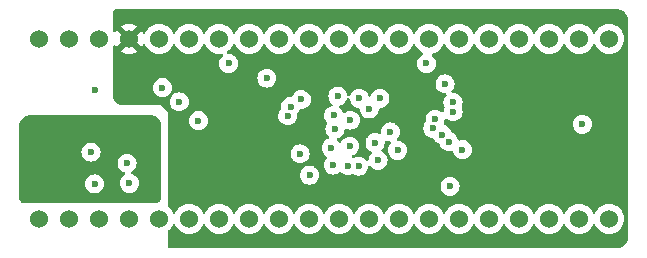
<source format=gbr>
%TF.GenerationSoftware,KiCad,Pcbnew,7.0.2*%
%TF.CreationDate,2023-06-20T04:44:57+07:00*%
%TF.ProjectId,STM32L431RCT6_prototype_board,53544d33-324c-4343-9331-524354365f70,rev?*%
%TF.SameCoordinates,Original*%
%TF.FileFunction,Copper,L3,Inr*%
%TF.FilePolarity,Positive*%
%FSLAX46Y46*%
G04 Gerber Fmt 4.6, Leading zero omitted, Abs format (unit mm)*
G04 Created by KiCad (PCBNEW 7.0.2) date 2023-06-20 04:44:57*
%MOMM*%
%LPD*%
G01*
G04 APERTURE LIST*
%TA.AperFunction,ComponentPad*%
%ADD10C,1.524000*%
%TD*%
%TA.AperFunction,ViaPad*%
%ADD11C,0.600000*%
%TD*%
G04 APERTURE END LIST*
D10*
%TO.N,unconnected-(J2-Pin_1-Pad1)*%
%TO.C,J2*%
X159000000Y-70000000D03*
%TO.N,unconnected-(J2-Pin_2-Pad2)*%
X161540000Y-70000000D03*
%TO.N,PA0*%
X164080000Y-70000000D03*
%TO.N,PA1*%
X166620000Y-70000000D03*
%TO.N,PA2*%
X169160000Y-70000000D03*
%TO.N,PA3*%
X171700000Y-70000000D03*
%TO.N,PA4*%
X174240000Y-70000000D03*
%TO.N,PA5*%
X176780000Y-70000000D03*
%TO.N,PA6*%
X179320000Y-70000000D03*
%TO.N,PA7*%
X181860000Y-70000000D03*
%TO.N,PB0*%
X184400000Y-70000000D03*
%TO.N,PB1*%
X186940000Y-70000000D03*
%TO.N,PB2*%
X189480000Y-70000000D03*
%TO.N,PB10*%
X192020000Y-70000000D03*
%TO.N,PB11*%
X194560000Y-70000000D03*
%TO.N,PB12*%
X197100000Y-70000000D03*
%TO.N,PB13*%
X199640000Y-70000000D03*
%TO.N,PB14*%
X202180000Y-70000000D03*
%TO.N,PB15*%
X204720000Y-70000000D03*
%TO.N,GND*%
X207260000Y-70000000D03*
%TO.N,unconnected-(J2-Pin_21-Pad21)*%
X207260000Y-54760000D03*
%TO.N,BOOT0*%
X204720000Y-54760000D03*
%TO.N,PA8*%
X202180000Y-54760000D03*
%TO.N,PA9*%
X199640000Y-54760000D03*
%TO.N,PA10*%
X197100000Y-54760000D03*
%TO.N,PA11*%
X194560000Y-54760000D03*
%TO.N,PA12*%
X192020000Y-54760000D03*
%TO.N,PA15*%
X189480000Y-54760000D03*
%TO.N,PB4*%
X186940000Y-54760000D03*
%TO.N,PB5*%
X184400000Y-54760000D03*
%TO.N,PB6*%
X181860000Y-54760000D03*
%TO.N,PB7*%
X179320000Y-54760000D03*
%TO.N,PB8*%
X176780000Y-54760000D03*
%TO.N,PB9*%
X174240000Y-54760000D03*
%TO.N,PC14*%
X171700000Y-54760000D03*
%TO.N,PC15*%
X169160000Y-54760000D03*
%TO.N,+3V3*%
X166620000Y-54760000D03*
%TO.N,NRST*%
X164080000Y-54760000D03*
%TO.N,unconnected-(J2-Pin_39-Pad39)*%
X161540000Y-54760000D03*
%TO.N,+5V*%
X159000000Y-54760000D03*
%TD*%
D11*
%TO.N,GND*%
X193375000Y-58575000D03*
X187700000Y-65050000D03*
X193800000Y-67250000D03*
X187450000Y-63550000D03*
X188750000Y-62650000D03*
X172500000Y-61700000D03*
X169450000Y-58900000D03*
X175050000Y-56850000D03*
X163400000Y-64350000D03*
X185300000Y-63850000D03*
X186950000Y-60700000D03*
X183900000Y-65450000D03*
X205000000Y-62000000D03*
X184300500Y-59610893D03*
%TO.N,+3V3*%
X182950000Y-57100000D03*
X205050000Y-64600000D03*
X172600000Y-65400000D03*
X172500000Y-58450000D03*
X191800000Y-58550000D03*
X172600000Y-63500000D03*
X168100000Y-58600000D03*
X172600000Y-64450000D03*
X191000000Y-67250000D03*
%TO.N,NRST*%
X184055849Y-62404523D03*
X166650000Y-67000000D03*
X163700000Y-59100000D03*
X163700000Y-67050000D03*
X194050000Y-60950000D03*
%TO.N,/+5.0V*%
X166500000Y-61800000D03*
X168600000Y-65300000D03*
X160250000Y-62250000D03*
X161400000Y-62250000D03*
X162550000Y-62250000D03*
%TO.N,Net-(U2-FB)*%
X166449500Y-65290215D03*
X170875000Y-60100000D03*
%TO.N,BOOT0*%
X191800000Y-56850000D03*
X186100000Y-59800000D03*
%TO.N,SYS_JTDO-SWO*%
X194050000Y-60150000D03*
X187864092Y-59814092D03*
%TO.N,SYS_JTCK-SWCLK*%
X194850000Y-64150000D03*
X189350000Y-64200000D03*
%TO.N,HEART_BEAT*%
X181200000Y-59900000D03*
X178287500Y-58100000D03*
%TO.N,PC15*%
X180050000Y-61288000D03*
%TO.N,PC14*%
X180300000Y-60500000D03*
%TO.N,PB8*%
X185350000Y-61650000D03*
%TO.N,PB9*%
X183950000Y-61250000D03*
%TO.N,PA0*%
X181100000Y-64500000D03*
%TO.N,PA1*%
X183750000Y-64000000D03*
%TO.N,PA2*%
X181900000Y-66300000D03*
%TO.N,PA6*%
X185150000Y-65500000D03*
%TO.N,PA7*%
X186050000Y-65550000D03*
%TO.N,PA8*%
X193703497Y-63474632D03*
%TO.N,PA9*%
X193150000Y-62875132D03*
%TO.N,PA10*%
X192337772Y-62350481D03*
%TO.N,PA11*%
X192530276Y-61574500D03*
%TD*%
%TA.AperFunction,Conductor*%
%TO.N,+3V3*%
G36*
X207903139Y-52250835D02*
G01*
X207907548Y-52251160D01*
X207945490Y-52254479D01*
X208043081Y-52264092D01*
X208049071Y-52264831D01*
X208088605Y-52270695D01*
X208100525Y-52273067D01*
X208109181Y-52275235D01*
X208109558Y-52275330D01*
X208156514Y-52287911D01*
X208160170Y-52288957D01*
X208232646Y-52310941D01*
X208238404Y-52312844D01*
X208245204Y-52315276D01*
X208266848Y-52323020D01*
X208277440Y-52327373D01*
X208330148Y-52351951D01*
X208333856Y-52353681D01*
X208339901Y-52356704D01*
X208409466Y-52393887D01*
X208414729Y-52396868D01*
X208430514Y-52406329D01*
X208437878Y-52411106D01*
X208461017Y-52427308D01*
X208492902Y-52449634D01*
X208500426Y-52455343D01*
X208540181Y-52487968D01*
X208566688Y-52509723D01*
X208571290Y-52513693D01*
X208574682Y-52516767D01*
X208579095Y-52520968D01*
X208629021Y-52570894D01*
X208633223Y-52575307D01*
X208636316Y-52578720D01*
X208640286Y-52583323D01*
X208694647Y-52649562D01*
X208700368Y-52657103D01*
X208738890Y-52712117D01*
X208743670Y-52719486D01*
X208753128Y-52735266D01*
X208756107Y-52740524D01*
X208788014Y-52800217D01*
X208793295Y-52810097D01*
X208796317Y-52816143D01*
X208822616Y-52872539D01*
X208826988Y-52883175D01*
X208837146Y-52911568D01*
X208839054Y-52917342D01*
X208861018Y-52989747D01*
X208862132Y-52993651D01*
X208874669Y-53040442D01*
X208874896Y-53041346D01*
X208876983Y-53049680D01*
X208879293Y-53061326D01*
X208885165Y-53100909D01*
X208885910Y-53106950D01*
X208895525Y-53204568D01*
X208898836Y-53242419D01*
X208899185Y-53247146D01*
X208899500Y-53255898D01*
X208899500Y-71494014D01*
X208899163Y-71503149D01*
X208898834Y-71507603D01*
X208895522Y-71545468D01*
X208885910Y-71643053D01*
X208885166Y-71649086D01*
X208879305Y-71688593D01*
X208876932Y-71700521D01*
X208874672Y-71709545D01*
X208862125Y-71756376D01*
X208861022Y-71760239D01*
X208839059Y-71832643D01*
X208837149Y-71838424D01*
X208826984Y-71866832D01*
X208822615Y-71877462D01*
X208796321Y-71933848D01*
X208793298Y-71939894D01*
X208756118Y-72009454D01*
X208753117Y-72014752D01*
X208743673Y-72030508D01*
X208738890Y-72037882D01*
X208700370Y-72092894D01*
X208694649Y-72100434D01*
X208640273Y-72166692D01*
X208636293Y-72171305D01*
X208633232Y-72174682D01*
X208629039Y-72179086D01*
X208579086Y-72229039D01*
X208574682Y-72233232D01*
X208571305Y-72236293D01*
X208566692Y-72240273D01*
X208500434Y-72294649D01*
X208492894Y-72300370D01*
X208437882Y-72338890D01*
X208430508Y-72343673D01*
X208414752Y-72353117D01*
X208409454Y-72356118D01*
X208339894Y-72393298D01*
X208333848Y-72396321D01*
X208277462Y-72422615D01*
X208266832Y-72426984D01*
X208238424Y-72437149D01*
X208232641Y-72439059D01*
X208160257Y-72461015D01*
X208156358Y-72462129D01*
X208109559Y-72474669D01*
X208108924Y-72474828D01*
X208100319Y-72476983D01*
X208088668Y-72479294D01*
X208049088Y-72485165D01*
X208043049Y-72485910D01*
X207945431Y-72495525D01*
X207907580Y-72498836D01*
X207907204Y-72498864D01*
X207902854Y-72499185D01*
X207894101Y-72499500D01*
X170159697Y-72499500D01*
X170135507Y-72497117D01*
X170117334Y-72493502D01*
X170078518Y-72485781D01*
X170033822Y-72467267D01*
X169993727Y-72440477D01*
X169959522Y-72406272D01*
X169932730Y-72366175D01*
X169914218Y-72321480D01*
X169902383Y-72261980D01*
X169900000Y-72237789D01*
X169900000Y-71087625D01*
X169919685Y-71020586D01*
X169952878Y-70986049D01*
X169974620Y-70970826D01*
X170130826Y-70814620D01*
X170257534Y-70633662D01*
X170315185Y-70510027D01*
X170317618Y-70504811D01*
X170363790Y-70452372D01*
X170430984Y-70433220D01*
X170497865Y-70453436D01*
X170542382Y-70504811D01*
X170602466Y-70633661D01*
X170602466Y-70633662D01*
X170729174Y-70814620D01*
X170885380Y-70970826D01*
X171066338Y-71097534D01*
X171266550Y-71190894D01*
X171479932Y-71248070D01*
X171626644Y-71260905D01*
X171699999Y-71267323D01*
X171699999Y-71267322D01*
X171700000Y-71267323D01*
X171920068Y-71248070D01*
X172133450Y-71190894D01*
X172333662Y-71097534D01*
X172514620Y-70970826D01*
X172670826Y-70814620D01*
X172797534Y-70633662D01*
X172855185Y-70510027D01*
X172857618Y-70504811D01*
X172903790Y-70452372D01*
X172970984Y-70433220D01*
X173037865Y-70453436D01*
X173082382Y-70504811D01*
X173142466Y-70633661D01*
X173142466Y-70633662D01*
X173269174Y-70814620D01*
X173425380Y-70970826D01*
X173606338Y-71097534D01*
X173806550Y-71190894D01*
X174019932Y-71248070D01*
X174240000Y-71267323D01*
X174460068Y-71248070D01*
X174673450Y-71190894D01*
X174873662Y-71097534D01*
X175054620Y-70970826D01*
X175210826Y-70814620D01*
X175337534Y-70633662D01*
X175395185Y-70510027D01*
X175397618Y-70504811D01*
X175443790Y-70452372D01*
X175510984Y-70433220D01*
X175577865Y-70453436D01*
X175622382Y-70504811D01*
X175682466Y-70633661D01*
X175682466Y-70633662D01*
X175809174Y-70814620D01*
X175965380Y-70970826D01*
X176146338Y-71097534D01*
X176346550Y-71190894D01*
X176559932Y-71248070D01*
X176780000Y-71267323D01*
X177000068Y-71248070D01*
X177213450Y-71190894D01*
X177413662Y-71097534D01*
X177594620Y-70970826D01*
X177750826Y-70814620D01*
X177877534Y-70633662D01*
X177935185Y-70510027D01*
X177937618Y-70504811D01*
X177983790Y-70452372D01*
X178050984Y-70433220D01*
X178117865Y-70453436D01*
X178162382Y-70504811D01*
X178222466Y-70633661D01*
X178222466Y-70633662D01*
X178349174Y-70814620D01*
X178505380Y-70970826D01*
X178686338Y-71097534D01*
X178886550Y-71190894D01*
X179099932Y-71248070D01*
X179320000Y-71267323D01*
X179540068Y-71248070D01*
X179753450Y-71190894D01*
X179953662Y-71097534D01*
X180134620Y-70970826D01*
X180290826Y-70814620D01*
X180417534Y-70633662D01*
X180477618Y-70504810D01*
X180523789Y-70452372D01*
X180590982Y-70433220D01*
X180657863Y-70453435D01*
X180702381Y-70504811D01*
X180762466Y-70633661D01*
X180762466Y-70633662D01*
X180889174Y-70814620D01*
X181045380Y-70970826D01*
X181226338Y-71097534D01*
X181426550Y-71190894D01*
X181639932Y-71248070D01*
X181786643Y-71260905D01*
X181859999Y-71267323D01*
X181859999Y-71267322D01*
X181860000Y-71267323D01*
X182080068Y-71248070D01*
X182293450Y-71190894D01*
X182493662Y-71097534D01*
X182674620Y-70970826D01*
X182830826Y-70814620D01*
X182957534Y-70633662D01*
X183015185Y-70510027D01*
X183017618Y-70504811D01*
X183063790Y-70452372D01*
X183130984Y-70433220D01*
X183197865Y-70453436D01*
X183242382Y-70504811D01*
X183302466Y-70633661D01*
X183302466Y-70633662D01*
X183429174Y-70814620D01*
X183585380Y-70970826D01*
X183766338Y-71097534D01*
X183966550Y-71190894D01*
X184179932Y-71248070D01*
X184400000Y-71267323D01*
X184620068Y-71248070D01*
X184833450Y-71190894D01*
X185033662Y-71097534D01*
X185214620Y-70970826D01*
X185370826Y-70814620D01*
X185497534Y-70633662D01*
X185555185Y-70510027D01*
X185557618Y-70504811D01*
X185603790Y-70452372D01*
X185670984Y-70433220D01*
X185737865Y-70453436D01*
X185782382Y-70504811D01*
X185842466Y-70633661D01*
X185842466Y-70633662D01*
X185969174Y-70814620D01*
X186125380Y-70970826D01*
X186306338Y-71097534D01*
X186506550Y-71190894D01*
X186719932Y-71248070D01*
X186940000Y-71267323D01*
X187160068Y-71248070D01*
X187373450Y-71190894D01*
X187573662Y-71097534D01*
X187754620Y-70970826D01*
X187910826Y-70814620D01*
X188037534Y-70633662D01*
X188095185Y-70510027D01*
X188097618Y-70504811D01*
X188143790Y-70452372D01*
X188210984Y-70433220D01*
X188277865Y-70453436D01*
X188322382Y-70504811D01*
X188382466Y-70633661D01*
X188382466Y-70633662D01*
X188509174Y-70814620D01*
X188665380Y-70970826D01*
X188846338Y-71097534D01*
X189046550Y-71190894D01*
X189259932Y-71248070D01*
X189480000Y-71267323D01*
X189700068Y-71248070D01*
X189913450Y-71190894D01*
X190113662Y-71097534D01*
X190294620Y-70970826D01*
X190450826Y-70814620D01*
X190577534Y-70633662D01*
X190637618Y-70504810D01*
X190683789Y-70452372D01*
X190750982Y-70433220D01*
X190817863Y-70453435D01*
X190862381Y-70504811D01*
X190922466Y-70633661D01*
X190922466Y-70633662D01*
X191049174Y-70814620D01*
X191205380Y-70970826D01*
X191386338Y-71097534D01*
X191586550Y-71190894D01*
X191799932Y-71248070D01*
X191946643Y-71260905D01*
X192019999Y-71267323D01*
X192019999Y-71267322D01*
X192020000Y-71267323D01*
X192240068Y-71248070D01*
X192453450Y-71190894D01*
X192653662Y-71097534D01*
X192834620Y-70970826D01*
X192990826Y-70814620D01*
X193117534Y-70633662D01*
X193175185Y-70510027D01*
X193177618Y-70504811D01*
X193223790Y-70452372D01*
X193290984Y-70433220D01*
X193357865Y-70453436D01*
X193402382Y-70504811D01*
X193462466Y-70633661D01*
X193462466Y-70633662D01*
X193589174Y-70814620D01*
X193745380Y-70970826D01*
X193926338Y-71097534D01*
X194126550Y-71190894D01*
X194339932Y-71248070D01*
X194560000Y-71267323D01*
X194780068Y-71248070D01*
X194993450Y-71190894D01*
X195193662Y-71097534D01*
X195374620Y-70970826D01*
X195530826Y-70814620D01*
X195657534Y-70633662D01*
X195715185Y-70510027D01*
X195717618Y-70504811D01*
X195763790Y-70452372D01*
X195830984Y-70433220D01*
X195897865Y-70453436D01*
X195942382Y-70504811D01*
X196002466Y-70633661D01*
X196002466Y-70633662D01*
X196129174Y-70814620D01*
X196285380Y-70970826D01*
X196466338Y-71097534D01*
X196666550Y-71190894D01*
X196879932Y-71248070D01*
X197100000Y-71267323D01*
X197320068Y-71248070D01*
X197533450Y-71190894D01*
X197733662Y-71097534D01*
X197914620Y-70970826D01*
X198070826Y-70814620D01*
X198197534Y-70633662D01*
X198255185Y-70510027D01*
X198257618Y-70504811D01*
X198303790Y-70452372D01*
X198370984Y-70433220D01*
X198437865Y-70453436D01*
X198482382Y-70504811D01*
X198542466Y-70633661D01*
X198542466Y-70633662D01*
X198669174Y-70814620D01*
X198825380Y-70970826D01*
X199006338Y-71097534D01*
X199206550Y-71190894D01*
X199419932Y-71248070D01*
X199640000Y-71267323D01*
X199860068Y-71248070D01*
X200073450Y-71190894D01*
X200273662Y-71097534D01*
X200454620Y-70970826D01*
X200610826Y-70814620D01*
X200737534Y-70633662D01*
X200797618Y-70504810D01*
X200843789Y-70452372D01*
X200910982Y-70433220D01*
X200977863Y-70453435D01*
X201022381Y-70504811D01*
X201082466Y-70633661D01*
X201082466Y-70633662D01*
X201209174Y-70814620D01*
X201365380Y-70970826D01*
X201546338Y-71097534D01*
X201746550Y-71190894D01*
X201959932Y-71248070D01*
X202106644Y-71260905D01*
X202179999Y-71267323D01*
X202179999Y-71267322D01*
X202180000Y-71267323D01*
X202400068Y-71248070D01*
X202613450Y-71190894D01*
X202813662Y-71097534D01*
X202994620Y-70970826D01*
X203150826Y-70814620D01*
X203277534Y-70633662D01*
X203335185Y-70510027D01*
X203337618Y-70504811D01*
X203383790Y-70452372D01*
X203450984Y-70433220D01*
X203517865Y-70453436D01*
X203562382Y-70504811D01*
X203622466Y-70633661D01*
X203622466Y-70633662D01*
X203749174Y-70814620D01*
X203905380Y-70970826D01*
X204086338Y-71097534D01*
X204286550Y-71190894D01*
X204499932Y-71248070D01*
X204720000Y-71267323D01*
X204940068Y-71248070D01*
X205153450Y-71190894D01*
X205353662Y-71097534D01*
X205534620Y-70970826D01*
X205690826Y-70814620D01*
X205817534Y-70633662D01*
X205875185Y-70510027D01*
X205877618Y-70504811D01*
X205923790Y-70452372D01*
X205990984Y-70433220D01*
X206057865Y-70453436D01*
X206102382Y-70504811D01*
X206162466Y-70633661D01*
X206162466Y-70633662D01*
X206289174Y-70814620D01*
X206445380Y-70970826D01*
X206626338Y-71097534D01*
X206826550Y-71190894D01*
X207039932Y-71248070D01*
X207260000Y-71267323D01*
X207480068Y-71248070D01*
X207693450Y-71190894D01*
X207893662Y-71097534D01*
X208074620Y-70970826D01*
X208230826Y-70814620D01*
X208357534Y-70633662D01*
X208450894Y-70433450D01*
X208508070Y-70220068D01*
X208527323Y-70000000D01*
X208508070Y-69779932D01*
X208450894Y-69566550D01*
X208357534Y-69366339D01*
X208230826Y-69185380D01*
X208074620Y-69029174D01*
X207893662Y-68902466D01*
X207893661Y-68902466D01*
X207693451Y-68809106D01*
X207480065Y-68751929D01*
X207259999Y-68732676D01*
X207039934Y-68751929D01*
X206826548Y-68809106D01*
X206626338Y-68902466D01*
X206445379Y-69029174D01*
X206289174Y-69185379D01*
X206162466Y-69366338D01*
X206102382Y-69495189D01*
X206056209Y-69547628D01*
X205989016Y-69566780D01*
X205922135Y-69546564D01*
X205877618Y-69495189D01*
X205860744Y-69459004D01*
X205817534Y-69366339D01*
X205690826Y-69185380D01*
X205534620Y-69029174D01*
X205353662Y-68902466D01*
X205353661Y-68902466D01*
X205153451Y-68809106D01*
X204940065Y-68751929D01*
X204720000Y-68732676D01*
X204499934Y-68751929D01*
X204286548Y-68809106D01*
X204086338Y-68902466D01*
X203905379Y-69029174D01*
X203749174Y-69185379D01*
X203622467Y-69366336D01*
X203562381Y-69495190D01*
X203516208Y-69547629D01*
X203449014Y-69566780D01*
X203382133Y-69546564D01*
X203337617Y-69495188D01*
X203277534Y-69366339D01*
X203150825Y-69185379D01*
X202994620Y-69029174D01*
X202813662Y-68902466D01*
X202613451Y-68809106D01*
X202400065Y-68751929D01*
X202180000Y-68732676D01*
X201959934Y-68751929D01*
X201746548Y-68809106D01*
X201546338Y-68902466D01*
X201365379Y-69029174D01*
X201209174Y-69185379D01*
X201082466Y-69366338D01*
X201022382Y-69495189D01*
X200976209Y-69547628D01*
X200909016Y-69566780D01*
X200842135Y-69546564D01*
X200797618Y-69495189D01*
X200780744Y-69459004D01*
X200737534Y-69366339D01*
X200610826Y-69185380D01*
X200454620Y-69029174D01*
X200273662Y-68902466D01*
X200273661Y-68902466D01*
X200073451Y-68809106D01*
X199860065Y-68751929D01*
X199640000Y-68732676D01*
X199419934Y-68751929D01*
X199206548Y-68809106D01*
X199006338Y-68902466D01*
X198825379Y-69029174D01*
X198669174Y-69185379D01*
X198542466Y-69366338D01*
X198482382Y-69495189D01*
X198436209Y-69547628D01*
X198369016Y-69566780D01*
X198302135Y-69546564D01*
X198257618Y-69495189D01*
X198240744Y-69459004D01*
X198197534Y-69366339D01*
X198070826Y-69185380D01*
X197914620Y-69029174D01*
X197733662Y-68902466D01*
X197733661Y-68902466D01*
X197533451Y-68809106D01*
X197320065Y-68751929D01*
X197099999Y-68732676D01*
X196879934Y-68751929D01*
X196666548Y-68809106D01*
X196466338Y-68902466D01*
X196285379Y-69029174D01*
X196129174Y-69185379D01*
X196002466Y-69366338D01*
X195942382Y-69495189D01*
X195896209Y-69547628D01*
X195829016Y-69566780D01*
X195762135Y-69546564D01*
X195717618Y-69495189D01*
X195700744Y-69459004D01*
X195657534Y-69366339D01*
X195530826Y-69185380D01*
X195374620Y-69029174D01*
X195193662Y-68902466D01*
X195193661Y-68902466D01*
X194993451Y-68809106D01*
X194780065Y-68751929D01*
X194560000Y-68732676D01*
X194339934Y-68751929D01*
X194126548Y-68809106D01*
X193926338Y-68902466D01*
X193745379Y-69029174D01*
X193589174Y-69185379D01*
X193462466Y-69366338D01*
X193402382Y-69495189D01*
X193356209Y-69547628D01*
X193289016Y-69566780D01*
X193222135Y-69546564D01*
X193177618Y-69495189D01*
X193160744Y-69459004D01*
X193117534Y-69366339D01*
X192990826Y-69185380D01*
X192834620Y-69029174D01*
X192653662Y-68902466D01*
X192653661Y-68902466D01*
X192453451Y-68809106D01*
X192240065Y-68751929D01*
X192020000Y-68732676D01*
X191799934Y-68751929D01*
X191586548Y-68809106D01*
X191386338Y-68902466D01*
X191205379Y-69029174D01*
X191049174Y-69185379D01*
X190922466Y-69366338D01*
X190862382Y-69495189D01*
X190816209Y-69547628D01*
X190749016Y-69566780D01*
X190682135Y-69546564D01*
X190637618Y-69495189D01*
X190620744Y-69459004D01*
X190577534Y-69366339D01*
X190450826Y-69185380D01*
X190294620Y-69029174D01*
X190113662Y-68902466D01*
X190113661Y-68902466D01*
X189913451Y-68809106D01*
X189700065Y-68751929D01*
X189480000Y-68732676D01*
X189259934Y-68751929D01*
X189046548Y-68809106D01*
X188846338Y-68902466D01*
X188665379Y-69029174D01*
X188509174Y-69185379D01*
X188382466Y-69366338D01*
X188322382Y-69495189D01*
X188276209Y-69547628D01*
X188209016Y-69566780D01*
X188142135Y-69546564D01*
X188097618Y-69495189D01*
X188080744Y-69459004D01*
X188037534Y-69366339D01*
X187910826Y-69185380D01*
X187754620Y-69029174D01*
X187573662Y-68902466D01*
X187573661Y-68902466D01*
X187373451Y-68809106D01*
X187160065Y-68751929D01*
X186939999Y-68732676D01*
X186719934Y-68751929D01*
X186506548Y-68809106D01*
X186306338Y-68902466D01*
X186125379Y-69029174D01*
X185969174Y-69185379D01*
X185842466Y-69366338D01*
X185782382Y-69495189D01*
X185736209Y-69547628D01*
X185669016Y-69566780D01*
X185602135Y-69546564D01*
X185557618Y-69495189D01*
X185540744Y-69459004D01*
X185497534Y-69366339D01*
X185370826Y-69185380D01*
X185214620Y-69029174D01*
X185033662Y-68902466D01*
X185033661Y-68902466D01*
X184833451Y-68809106D01*
X184620065Y-68751929D01*
X184400000Y-68732676D01*
X184179934Y-68751929D01*
X183966548Y-68809106D01*
X183766338Y-68902466D01*
X183585379Y-69029174D01*
X183429174Y-69185379D01*
X183302467Y-69366336D01*
X183242381Y-69495190D01*
X183196208Y-69547629D01*
X183129014Y-69566780D01*
X183062133Y-69546564D01*
X183017617Y-69495188D01*
X182957534Y-69366339D01*
X182830825Y-69185379D01*
X182674620Y-69029174D01*
X182493662Y-68902466D01*
X182293451Y-68809106D01*
X182080065Y-68751929D01*
X181860000Y-68732676D01*
X181639934Y-68751929D01*
X181426548Y-68809106D01*
X181226338Y-68902466D01*
X181045379Y-69029174D01*
X180889174Y-69185379D01*
X180762466Y-69366338D01*
X180702382Y-69495189D01*
X180656209Y-69547628D01*
X180589016Y-69566780D01*
X180522135Y-69546564D01*
X180477618Y-69495189D01*
X180460744Y-69459004D01*
X180417534Y-69366339D01*
X180290826Y-69185380D01*
X180134620Y-69029174D01*
X179953662Y-68902466D01*
X179953661Y-68902466D01*
X179753451Y-68809106D01*
X179540065Y-68751929D01*
X179320000Y-68732676D01*
X179099934Y-68751929D01*
X178886548Y-68809106D01*
X178686338Y-68902466D01*
X178505379Y-69029174D01*
X178349174Y-69185379D01*
X178222466Y-69366338D01*
X178162382Y-69495189D01*
X178116209Y-69547628D01*
X178049016Y-69566780D01*
X177982135Y-69546564D01*
X177937618Y-69495189D01*
X177920744Y-69459004D01*
X177877534Y-69366339D01*
X177750826Y-69185380D01*
X177594620Y-69029174D01*
X177413662Y-68902466D01*
X177413661Y-68902466D01*
X177213451Y-68809106D01*
X177000065Y-68751929D01*
X176779999Y-68732676D01*
X176559934Y-68751929D01*
X176346548Y-68809106D01*
X176146338Y-68902466D01*
X175965379Y-69029174D01*
X175809174Y-69185379D01*
X175682466Y-69366338D01*
X175622382Y-69495189D01*
X175576209Y-69547628D01*
X175509016Y-69566780D01*
X175442135Y-69546564D01*
X175397618Y-69495189D01*
X175380744Y-69459004D01*
X175337534Y-69366339D01*
X175210826Y-69185380D01*
X175054620Y-69029174D01*
X174873662Y-68902466D01*
X174873661Y-68902466D01*
X174673451Y-68809106D01*
X174460065Y-68751929D01*
X174240000Y-68732676D01*
X174019934Y-68751929D01*
X173806548Y-68809106D01*
X173606338Y-68902466D01*
X173425379Y-69029174D01*
X173269174Y-69185379D01*
X173142466Y-69366338D01*
X173082382Y-69495189D01*
X173036209Y-69547628D01*
X172969016Y-69566780D01*
X172902135Y-69546564D01*
X172857618Y-69495189D01*
X172840744Y-69459004D01*
X172797534Y-69366339D01*
X172670826Y-69185380D01*
X172514620Y-69029174D01*
X172333662Y-68902466D01*
X172333661Y-68902466D01*
X172133451Y-68809106D01*
X171920065Y-68751929D01*
X171700000Y-68732676D01*
X171479934Y-68751929D01*
X171266548Y-68809106D01*
X171066338Y-68902466D01*
X170885379Y-69029174D01*
X170729174Y-69185379D01*
X170602466Y-69366338D01*
X170542382Y-69495189D01*
X170496209Y-69547628D01*
X170429016Y-69566780D01*
X170362135Y-69546564D01*
X170317618Y-69495189D01*
X170300744Y-69459004D01*
X170257534Y-69366339D01*
X170130826Y-69185380D01*
X169974620Y-69029174D01*
X169952875Y-69013948D01*
X169909251Y-68959370D01*
X169900000Y-68912374D01*
X169900000Y-67249999D01*
X192994434Y-67249999D01*
X193014631Y-67429251D01*
X193014631Y-67429253D01*
X193014632Y-67429255D01*
X193074211Y-67599522D01*
X193074212Y-67599523D01*
X193170185Y-67752264D01*
X193297735Y-67879814D01*
X193297737Y-67879815D01*
X193297738Y-67879816D01*
X193450478Y-67975789D01*
X193620745Y-68035368D01*
X193755186Y-68050515D01*
X193799999Y-68055565D01*
X193799999Y-68055564D01*
X193800000Y-68055565D01*
X193979255Y-68035368D01*
X194149522Y-67975789D01*
X194302262Y-67879816D01*
X194429816Y-67752262D01*
X194525789Y-67599522D01*
X194585368Y-67429255D01*
X194605565Y-67250000D01*
X194585368Y-67070745D01*
X194525789Y-66900478D01*
X194429816Y-66747738D01*
X194429815Y-66747737D01*
X194429814Y-66747735D01*
X194302264Y-66620185D01*
X194239867Y-66580979D01*
X194149522Y-66524211D01*
X193979255Y-66464632D01*
X193979253Y-66464631D01*
X193979251Y-66464631D01*
X193800000Y-66444434D01*
X193620748Y-66464631D01*
X193620745Y-66464631D01*
X193620745Y-66464632D01*
X193450478Y-66524211D01*
X193450476Y-66524211D01*
X193450476Y-66524212D01*
X193297735Y-66620185D01*
X193170185Y-66747735D01*
X193074212Y-66900476D01*
X193074211Y-66900478D01*
X193030363Y-67025789D01*
X193014631Y-67070748D01*
X192994434Y-67249999D01*
X169900000Y-67249999D01*
X169900000Y-66300000D01*
X181094434Y-66300000D01*
X181114631Y-66479251D01*
X181114631Y-66479253D01*
X181114632Y-66479255D01*
X181174211Y-66649522D01*
X181174212Y-66649523D01*
X181270185Y-66802264D01*
X181397735Y-66929814D01*
X181397737Y-66929815D01*
X181397738Y-66929816D01*
X181550478Y-67025789D01*
X181720745Y-67085368D01*
X181900000Y-67105565D01*
X182079255Y-67085368D01*
X182249522Y-67025789D01*
X182402262Y-66929816D01*
X182529816Y-66802262D01*
X182625789Y-66649522D01*
X182685368Y-66479255D01*
X182705565Y-66300000D01*
X182685368Y-66120745D01*
X182625789Y-65950478D01*
X182529816Y-65797738D01*
X182529815Y-65797737D01*
X182529814Y-65797735D01*
X182402264Y-65670185D01*
X182313536Y-65614434D01*
X182249522Y-65574211D01*
X182079255Y-65514632D01*
X182079253Y-65514631D01*
X182079251Y-65514631D01*
X181899999Y-65494434D01*
X181720748Y-65514631D01*
X181720745Y-65514631D01*
X181720745Y-65514632D01*
X181550478Y-65574211D01*
X181550476Y-65574211D01*
X181550476Y-65574212D01*
X181397735Y-65670185D01*
X181270185Y-65797735D01*
X181174212Y-65950476D01*
X181174211Y-65950478D01*
X181147859Y-66025789D01*
X181114631Y-66120748D01*
X181094434Y-66300000D01*
X169900000Y-66300000D01*
X169900000Y-64499999D01*
X180294434Y-64499999D01*
X180314631Y-64679251D01*
X180314631Y-64679253D01*
X180314632Y-64679255D01*
X180374211Y-64849522D01*
X180393514Y-64880242D01*
X180470185Y-65002264D01*
X180597735Y-65129814D01*
X180597737Y-65129815D01*
X180597738Y-65129816D01*
X180750478Y-65225789D01*
X180920745Y-65285368D01*
X181100000Y-65305565D01*
X181279255Y-65285368D01*
X181449522Y-65225789D01*
X181602262Y-65129816D01*
X181729816Y-65002262D01*
X181825789Y-64849522D01*
X181885368Y-64679255D01*
X181905565Y-64500000D01*
X181885368Y-64320745D01*
X181825789Y-64150478D01*
X181731237Y-64000000D01*
X182944434Y-64000000D01*
X182964631Y-64179251D01*
X182964631Y-64179253D01*
X182964632Y-64179255D01*
X183024211Y-64349522D01*
X183042681Y-64378917D01*
X183120185Y-64502264D01*
X183247735Y-64629814D01*
X183247737Y-64629815D01*
X183247738Y-64629816D01*
X183311983Y-64670184D01*
X183325107Y-64678430D01*
X183371398Y-64730764D01*
X183382047Y-64799818D01*
X183353672Y-64863666D01*
X183346816Y-64871105D01*
X183270185Y-64947735D01*
X183201142Y-65057617D01*
X183174211Y-65100478D01*
X183130363Y-65225789D01*
X183114631Y-65270748D01*
X183094434Y-65449999D01*
X183114631Y-65629251D01*
X183114631Y-65629253D01*
X183114632Y-65629255D01*
X183174211Y-65799522D01*
X183174212Y-65799523D01*
X183270185Y-65952264D01*
X183397735Y-66079814D01*
X183397737Y-66079815D01*
X183397738Y-66079816D01*
X183550478Y-66175789D01*
X183720745Y-66235368D01*
X183900000Y-66255565D01*
X184079255Y-66235368D01*
X184249522Y-66175789D01*
X184402262Y-66079816D01*
X184412317Y-66069759D01*
X184473638Y-66036274D01*
X184543330Y-66041257D01*
X184587680Y-66069759D01*
X184647735Y-66129814D01*
X184647737Y-66129815D01*
X184647738Y-66129816D01*
X184800478Y-66225789D01*
X184970745Y-66285368D01*
X185150000Y-66305565D01*
X185329255Y-66285368D01*
X185499522Y-66225789D01*
X185499522Y-66225788D01*
X185512711Y-66221174D01*
X185513575Y-66223645D01*
X185561460Y-66210107D01*
X185626184Y-66229107D01*
X185700478Y-66275789D01*
X185870745Y-66335368D01*
X186050000Y-66355565D01*
X186229255Y-66335368D01*
X186399522Y-66275789D01*
X186552262Y-66179816D01*
X186679816Y-66052262D01*
X186775789Y-65899522D01*
X186835368Y-65729255D01*
X186848305Y-65614433D01*
X186875371Y-65550020D01*
X186932966Y-65510465D01*
X187002803Y-65508327D01*
X187060017Y-65542669D01*
X187060304Y-65542383D01*
X187061450Y-65543529D01*
X187062709Y-65544285D01*
X187064344Y-65546423D01*
X187197735Y-65679814D01*
X187197737Y-65679815D01*
X187197738Y-65679816D01*
X187350478Y-65775789D01*
X187520745Y-65835368D01*
X187700000Y-65855565D01*
X187879255Y-65835368D01*
X188049522Y-65775789D01*
X188202262Y-65679816D01*
X188329816Y-65552262D01*
X188425789Y-65399522D01*
X188485368Y-65229255D01*
X188505565Y-65050000D01*
X188485368Y-64870745D01*
X188425789Y-64700478D01*
X188329816Y-64547738D01*
X188329815Y-64547737D01*
X188329814Y-64547735D01*
X188202264Y-64420185D01*
X188089804Y-64349522D01*
X188049522Y-64324211D01*
X188049521Y-64324210D01*
X188037692Y-64316778D01*
X188039301Y-64314216D01*
X187999998Y-64286023D01*
X187974254Y-64221070D01*
X187987713Y-64152508D01*
X188010048Y-64122029D01*
X188079816Y-64052262D01*
X188175789Y-63899522D01*
X188235368Y-63729255D01*
X188255565Y-63550000D01*
X188251278Y-63511954D01*
X188263332Y-63443134D01*
X188310680Y-63391753D01*
X188378290Y-63374128D01*
X188415453Y-63381029D01*
X188570744Y-63435368D01*
X188602015Y-63438891D01*
X188684982Y-63448239D01*
X188749396Y-63475305D01*
X188788951Y-63532900D01*
X188791089Y-63602737D01*
X188758781Y-63659139D01*
X188720185Y-63697735D01*
X188640753Y-63824151D01*
X188624211Y-63850478D01*
X188571891Y-64000000D01*
X188564631Y-64020748D01*
X188544434Y-64199999D01*
X188564631Y-64379251D01*
X188564631Y-64379253D01*
X188564632Y-64379255D01*
X188624211Y-64549522D01*
X188624212Y-64549523D01*
X188720185Y-64702264D01*
X188847735Y-64829814D01*
X188847737Y-64829815D01*
X188847738Y-64829816D01*
X189000478Y-64925789D01*
X189170745Y-64985368D01*
X189350000Y-65005565D01*
X189529255Y-64985368D01*
X189699522Y-64925789D01*
X189852262Y-64829816D01*
X189979816Y-64702262D01*
X190075789Y-64549522D01*
X190135368Y-64379255D01*
X190155565Y-64200000D01*
X190135368Y-64020745D01*
X190075789Y-63850478D01*
X189979816Y-63697738D01*
X189979815Y-63697737D01*
X189979814Y-63697735D01*
X189852264Y-63570185D01*
X189772689Y-63520185D01*
X189699522Y-63474211D01*
X189529255Y-63414632D01*
X189529253Y-63414631D01*
X189529251Y-63414631D01*
X189415016Y-63401760D01*
X189350602Y-63374693D01*
X189311047Y-63317098D01*
X189308910Y-63247262D01*
X189341220Y-63190858D01*
X189379815Y-63152263D01*
X189393608Y-63130312D01*
X189475789Y-62999522D01*
X189535368Y-62829255D01*
X189555565Y-62650000D01*
X189535368Y-62470745D01*
X189493285Y-62350480D01*
X191532206Y-62350480D01*
X191552403Y-62529732D01*
X191552403Y-62529734D01*
X191552404Y-62529736D01*
X191611983Y-62700003D01*
X191639901Y-62744434D01*
X191707957Y-62852745D01*
X191835507Y-62980295D01*
X191835509Y-62980296D01*
X191835510Y-62980297D01*
X191988250Y-63076270D01*
X192158517Y-63135849D01*
X192224887Y-63143327D01*
X192325342Y-63154646D01*
X192389756Y-63181713D01*
X192413184Y-63215083D01*
X192416778Y-63212825D01*
X192520184Y-63377395D01*
X192647735Y-63504946D01*
X192647737Y-63504947D01*
X192647738Y-63504948D01*
X192800478Y-63600921D01*
X192857059Y-63620719D01*
X192913835Y-63661441D01*
X192933146Y-63696806D01*
X192977706Y-63824151D01*
X193073682Y-63976896D01*
X193201232Y-64104446D01*
X193201234Y-64104447D01*
X193201235Y-64104448D01*
X193353975Y-64200421D01*
X193524242Y-64260000D01*
X193703497Y-64280197D01*
X193882752Y-64260000D01*
X193906160Y-64251808D01*
X193975936Y-64248246D01*
X194036564Y-64282974D01*
X194064155Y-64327895D01*
X194124209Y-64499519D01*
X194220185Y-64652264D01*
X194347735Y-64779814D01*
X194347737Y-64779815D01*
X194347738Y-64779816D01*
X194500478Y-64875789D01*
X194670745Y-64935368D01*
X194850000Y-64955565D01*
X195029255Y-64935368D01*
X195199522Y-64875789D01*
X195352262Y-64779816D01*
X195479816Y-64652262D01*
X195575789Y-64499522D01*
X195635368Y-64329255D01*
X195655565Y-64150000D01*
X195635368Y-63970745D01*
X195575789Y-63800478D01*
X195479816Y-63647738D01*
X195479815Y-63647737D01*
X195479814Y-63647735D01*
X195352264Y-63520185D01*
X195289867Y-63480979D01*
X195199522Y-63424211D01*
X195029255Y-63364632D01*
X195029253Y-63364631D01*
X195029251Y-63364631D01*
X194850000Y-63344434D01*
X194670743Y-63364631D01*
X194647333Y-63372823D01*
X194577554Y-63376384D01*
X194516928Y-63341654D01*
X194489339Y-63296735D01*
X194488865Y-63295381D01*
X194488865Y-63295377D01*
X194429286Y-63125110D01*
X194333313Y-62972370D01*
X194333312Y-62972369D01*
X194333311Y-62972367D01*
X194205761Y-62844817D01*
X194065789Y-62756867D01*
X194053019Y-62748843D01*
X194053018Y-62748842D01*
X194053017Y-62748842D01*
X193996434Y-62729042D01*
X193939658Y-62688320D01*
X193920350Y-62652959D01*
X193875789Y-62525610D01*
X193779816Y-62372870D01*
X193779815Y-62372869D01*
X193779814Y-62372867D01*
X193652264Y-62245317D01*
X193499519Y-62149341D01*
X193329420Y-62089821D01*
X193272644Y-62049100D01*
X193253181Y-62000000D01*
X204194434Y-62000000D01*
X204214631Y-62179251D01*
X204214631Y-62179253D01*
X204214632Y-62179255D01*
X204274211Y-62349522D01*
X204318598Y-62420164D01*
X204370185Y-62502264D01*
X204497735Y-62629814D01*
X204497737Y-62629815D01*
X204497738Y-62629816D01*
X204650478Y-62725789D01*
X204820745Y-62785368D01*
X205000000Y-62805565D01*
X205179255Y-62785368D01*
X205349522Y-62725789D01*
X205502262Y-62629816D01*
X205629816Y-62502262D01*
X205725789Y-62349522D01*
X205785368Y-62179255D01*
X205805565Y-62000000D01*
X205785368Y-61820745D01*
X205725789Y-61650478D01*
X205629816Y-61497738D01*
X205629815Y-61497737D01*
X205629814Y-61497735D01*
X205502264Y-61370185D01*
X205438014Y-61329814D01*
X205349522Y-61274211D01*
X205179255Y-61214632D01*
X205179253Y-61214631D01*
X205179251Y-61214631D01*
X204999999Y-61194434D01*
X204820748Y-61214631D01*
X204820745Y-61214631D01*
X204820745Y-61214632D01*
X204650478Y-61274211D01*
X204650476Y-61274211D01*
X204650476Y-61274212D01*
X204497735Y-61370185D01*
X204370185Y-61497735D01*
X204274511Y-61650000D01*
X204274211Y-61650478D01*
X204225298Y-61790264D01*
X204214631Y-61820748D01*
X204194434Y-62000000D01*
X193253181Y-62000000D01*
X193246897Y-61984147D01*
X193253334Y-61931825D01*
X193256063Y-61924024D01*
X193256065Y-61924022D01*
X193315644Y-61753755D01*
X193324429Y-61675787D01*
X193327931Y-61644708D01*
X193354998Y-61580294D01*
X193412593Y-61540739D01*
X193482429Y-61538602D01*
X193538832Y-61570911D01*
X193547735Y-61579814D01*
X193547737Y-61579815D01*
X193547738Y-61579816D01*
X193700478Y-61675789D01*
X193870745Y-61735368D01*
X194050000Y-61755565D01*
X194229255Y-61735368D01*
X194399522Y-61675789D01*
X194552262Y-61579816D01*
X194679816Y-61452262D01*
X194775789Y-61299522D01*
X194835368Y-61129255D01*
X194855565Y-60950000D01*
X194835368Y-60770745D01*
X194775789Y-60600478D01*
X194775788Y-60600477D01*
X194772456Y-60590953D01*
X194768895Y-60521175D01*
X194772457Y-60509044D01*
X194787998Y-60464632D01*
X194835368Y-60329255D01*
X194855565Y-60150000D01*
X194835368Y-59970745D01*
X194775789Y-59800478D01*
X194679816Y-59647738D01*
X194679815Y-59647737D01*
X194679814Y-59647735D01*
X194552264Y-59520185D01*
X194472689Y-59470185D01*
X194399522Y-59424211D01*
X194229255Y-59364632D01*
X194229253Y-59364631D01*
X194229251Y-59364631D01*
X194036116Y-59342870D01*
X194036215Y-59341985D01*
X193981299Y-59332364D01*
X193929921Y-59285014D01*
X193912298Y-59217403D01*
X193934026Y-59150998D01*
X193948554Y-59133523D01*
X194004816Y-59077262D01*
X194100789Y-58924522D01*
X194160368Y-58754255D01*
X194180565Y-58575000D01*
X194160368Y-58395745D01*
X194100789Y-58225478D01*
X194004816Y-58072738D01*
X194004815Y-58072737D01*
X194004814Y-58072735D01*
X193877264Y-57945185D01*
X193814867Y-57905979D01*
X193724522Y-57849211D01*
X193554255Y-57789632D01*
X193554253Y-57789631D01*
X193554251Y-57789631D01*
X193375000Y-57769434D01*
X193195748Y-57789631D01*
X193195745Y-57789631D01*
X193195745Y-57789632D01*
X193025478Y-57849211D01*
X193025476Y-57849211D01*
X193025476Y-57849212D01*
X192872735Y-57945185D01*
X192745185Y-58072735D01*
X192649212Y-58225476D01*
X192649211Y-58225478D01*
X192630395Y-58279251D01*
X192589631Y-58395748D01*
X192569434Y-58575000D01*
X192589631Y-58754251D01*
X192589631Y-58754253D01*
X192589632Y-58754255D01*
X192649211Y-58924522D01*
X192649212Y-58924523D01*
X192745185Y-59077264D01*
X192872735Y-59204814D01*
X192872737Y-59204815D01*
X192872738Y-59204816D01*
X193025478Y-59300789D01*
X193195745Y-59360368D01*
X193260935Y-59367713D01*
X193388884Y-59382130D01*
X193388784Y-59383015D01*
X193443691Y-59392631D01*
X193495073Y-59439977D01*
X193512701Y-59507586D01*
X193490978Y-59573993D01*
X193476441Y-59591480D01*
X193420183Y-59647738D01*
X193324511Y-59800000D01*
X193324211Y-59800478D01*
X193295846Y-59881540D01*
X193264631Y-59970748D01*
X193244434Y-60150000D01*
X193264631Y-60329251D01*
X193264631Y-60329253D01*
X193264632Y-60329255D01*
X193324211Y-60499522D01*
X193324212Y-60499524D01*
X193327544Y-60509045D01*
X193331105Y-60578824D01*
X193327544Y-60590955D01*
X193324212Y-60600475D01*
X193324211Y-60600478D01*
X193264632Y-60770745D01*
X193264631Y-60770749D01*
X193252344Y-60879792D01*
X193225277Y-60944206D01*
X193167681Y-60983760D01*
X193097844Y-60985897D01*
X193041443Y-60953588D01*
X193032540Y-60944685D01*
X192905136Y-60864632D01*
X192879798Y-60848711D01*
X192709531Y-60789132D01*
X192709529Y-60789131D01*
X192709527Y-60789131D01*
X192530276Y-60768934D01*
X192351024Y-60789131D01*
X192351021Y-60789131D01*
X192351021Y-60789132D01*
X192180754Y-60848711D01*
X192180752Y-60848711D01*
X192180752Y-60848712D01*
X192028011Y-60944685D01*
X191900461Y-61072235D01*
X191838916Y-61170184D01*
X191804487Y-61224978D01*
X191767803Y-61329814D01*
X191744907Y-61395248D01*
X191724710Y-61574500D01*
X191744045Y-61746104D01*
X191731990Y-61814926D01*
X191708510Y-61847664D01*
X191707958Y-61848215D01*
X191611984Y-62000957D01*
X191611983Y-62000959D01*
X191607494Y-62013789D01*
X191552403Y-62171229D01*
X191532206Y-62350480D01*
X189493285Y-62350480D01*
X189475789Y-62300478D01*
X189379816Y-62147738D01*
X189379815Y-62147737D01*
X189379814Y-62147735D01*
X189252264Y-62020185D01*
X189118664Y-61936239D01*
X189099522Y-61924211D01*
X188929255Y-61864632D01*
X188929253Y-61864631D01*
X188929251Y-61864631D01*
X188750000Y-61844434D01*
X188570748Y-61864631D01*
X188570745Y-61864631D01*
X188570745Y-61864632D01*
X188400478Y-61924211D01*
X188400476Y-61924211D01*
X188400476Y-61924212D01*
X188247735Y-62020185D01*
X188120185Y-62147735D01*
X188024212Y-62300476D01*
X188024211Y-62300478D01*
X187980363Y-62425789D01*
X187964631Y-62470748D01*
X187944434Y-62650000D01*
X187948721Y-62688045D01*
X187936667Y-62756867D01*
X187889318Y-62808247D01*
X187821707Y-62825871D01*
X187784547Y-62818971D01*
X187629252Y-62764631D01*
X187450000Y-62744434D01*
X187270748Y-62764631D01*
X187270745Y-62764631D01*
X187270745Y-62764632D01*
X187100478Y-62824211D01*
X187100476Y-62824211D01*
X187100476Y-62824212D01*
X186947735Y-62920185D01*
X186820185Y-63047735D01*
X186728008Y-63194435D01*
X186724211Y-63200478D01*
X186666771Y-63364631D01*
X186664631Y-63370748D01*
X186644434Y-63550000D01*
X186664631Y-63729251D01*
X186664631Y-63729253D01*
X186664632Y-63729255D01*
X186724211Y-63899522D01*
X186768965Y-63970748D01*
X186820185Y-64052264D01*
X186947735Y-64179814D01*
X186947737Y-64179815D01*
X186947738Y-64179816D01*
X187013393Y-64221070D01*
X187112308Y-64283222D01*
X187110697Y-64285784D01*
X187149994Y-64313966D01*
X187175744Y-64378917D01*
X187162292Y-64447480D01*
X187139949Y-64477972D01*
X187070183Y-64547738D01*
X186987546Y-64679255D01*
X186974211Y-64700478D01*
X186914829Y-64870184D01*
X186914631Y-64870749D01*
X186901694Y-64985566D01*
X186874627Y-65049980D01*
X186817032Y-65089535D01*
X186747195Y-65091672D01*
X186689982Y-65057330D01*
X186689696Y-65057617D01*
X186688547Y-65056468D01*
X186687289Y-65055713D01*
X186685655Y-65053576D01*
X186552264Y-64920185D01*
X186472689Y-64870185D01*
X186399522Y-64824211D01*
X186229255Y-64764632D01*
X186229253Y-64764631D01*
X186229251Y-64764631D01*
X186050000Y-64744434D01*
X185870748Y-64764631D01*
X185870745Y-64764631D01*
X185870745Y-64764632D01*
X185700478Y-64824211D01*
X185700475Y-64824212D01*
X185687291Y-64828826D01*
X185686426Y-64826356D01*
X185638509Y-64839891D01*
X185573821Y-64820896D01*
X185572685Y-64820182D01*
X185568370Y-64817470D01*
X185522077Y-64765140D01*
X185511425Y-64696087D01*
X185539796Y-64632237D01*
X185593380Y-64595433D01*
X185649522Y-64575789D01*
X185802262Y-64479816D01*
X185929816Y-64352262D01*
X186025789Y-64199522D01*
X186085368Y-64029255D01*
X186105565Y-63850000D01*
X186085368Y-63670745D01*
X186025789Y-63500478D01*
X185929816Y-63347738D01*
X185929815Y-63347737D01*
X185929814Y-63347735D01*
X185802264Y-63220185D01*
X185689416Y-63149278D01*
X185649522Y-63124211D01*
X185479255Y-63064632D01*
X185479253Y-63064631D01*
X185479251Y-63064631D01*
X185300000Y-63044434D01*
X185120748Y-63064631D01*
X185120745Y-63064631D01*
X185120745Y-63064632D01*
X184950478Y-63124211D01*
X184950476Y-63124211D01*
X184950476Y-63124212D01*
X184797735Y-63220185D01*
X184670184Y-63347736D01*
X184582868Y-63486699D01*
X184530533Y-63532990D01*
X184461479Y-63543638D01*
X184397631Y-63515263D01*
X184390397Y-63506915D01*
X184389696Y-63507617D01*
X184253800Y-63371721D01*
X184220315Y-63310398D01*
X184225299Y-63240706D01*
X184267171Y-63184773D01*
X184300524Y-63166999D01*
X184405371Y-63130312D01*
X184558111Y-63034339D01*
X184685665Y-62906785D01*
X184781638Y-62754045D01*
X184841217Y-62583778D01*
X184852394Y-62484577D01*
X184879460Y-62420164D01*
X184937055Y-62380609D01*
X185006892Y-62378471D01*
X185016565Y-62381418D01*
X185170745Y-62435368D01*
X185350000Y-62455565D01*
X185529255Y-62435368D01*
X185699522Y-62375789D01*
X185852262Y-62279816D01*
X185979816Y-62152262D01*
X186075789Y-61999522D01*
X186135368Y-61829255D01*
X186155565Y-61650000D01*
X186135368Y-61470745D01*
X186075789Y-61300478D01*
X185979816Y-61147738D01*
X185979815Y-61147737D01*
X185979814Y-61147735D01*
X185852264Y-61020185D01*
X185732106Y-60944685D01*
X185699522Y-60924211D01*
X185529255Y-60864632D01*
X185529253Y-60864631D01*
X185529251Y-60864631D01*
X185350000Y-60844434D01*
X185170748Y-60864631D01*
X185170745Y-60864631D01*
X185170745Y-60864632D01*
X185000478Y-60924211D01*
X185000477Y-60924211D01*
X185000473Y-60924213D01*
X184872774Y-61004451D01*
X184805537Y-61023451D01*
X184738702Y-61003083D01*
X184693489Y-60949814D01*
X184689767Y-60940427D01*
X184675789Y-60900478D01*
X184579816Y-60747738D01*
X184579815Y-60747737D01*
X184579814Y-60747735D01*
X184452260Y-60620181D01*
X184451214Y-60619524D01*
X184448236Y-60616157D01*
X184442383Y-60610304D01*
X184442741Y-60609945D01*
X184404925Y-60567188D01*
X184394279Y-60498134D01*
X184422657Y-60434287D01*
X184476236Y-60397491D01*
X184479749Y-60396261D01*
X184479755Y-60396261D01*
X184650022Y-60336682D01*
X184802762Y-60240709D01*
X184930316Y-60113155D01*
X185026289Y-59960415D01*
X185063361Y-59854467D01*
X185104080Y-59797695D01*
X185169033Y-59771947D01*
X185237595Y-59785403D01*
X185287998Y-59833790D01*
X185303621Y-59881540D01*
X185314631Y-59979251D01*
X185314631Y-59979253D01*
X185314632Y-59979255D01*
X185374211Y-60149522D01*
X185404547Y-60197801D01*
X185470185Y-60302264D01*
X185597735Y-60429814D01*
X185597737Y-60429815D01*
X185597738Y-60429816D01*
X185750478Y-60525789D01*
X185920745Y-60585368D01*
X186004414Y-60594795D01*
X186035963Y-60598350D01*
X186100377Y-60625416D01*
X186139933Y-60683011D01*
X186145300Y-60707686D01*
X186164631Y-60879250D01*
X186164631Y-60879251D01*
X186164632Y-60879255D01*
X186224211Y-61049522D01*
X186239724Y-61074211D01*
X186320185Y-61202264D01*
X186447735Y-61329814D01*
X186447737Y-61329815D01*
X186447738Y-61329816D01*
X186600478Y-61425789D01*
X186770745Y-61485368D01*
X186950000Y-61505565D01*
X187129255Y-61485368D01*
X187299522Y-61425789D01*
X187452262Y-61329816D01*
X187579816Y-61202262D01*
X187675789Y-61049522D01*
X187735368Y-60879255D01*
X187747798Y-60768934D01*
X187752267Y-60729274D01*
X187779333Y-60664860D01*
X187836928Y-60625305D01*
X187861603Y-60619938D01*
X187962273Y-60608594D01*
X188043347Y-60599460D01*
X188213614Y-60539881D01*
X188366354Y-60443908D01*
X188493908Y-60316354D01*
X188589881Y-60163614D01*
X188649460Y-59993347D01*
X188669657Y-59814092D01*
X188649460Y-59634837D01*
X188589881Y-59464570D01*
X188493908Y-59311830D01*
X188493907Y-59311829D01*
X188493906Y-59311827D01*
X188366356Y-59184277D01*
X188255516Y-59114632D01*
X188213614Y-59088303D01*
X188043347Y-59028724D01*
X188043345Y-59028723D01*
X188043343Y-59028723D01*
X187864091Y-59008526D01*
X187684840Y-59028723D01*
X187684837Y-59028723D01*
X187684837Y-59028724D01*
X187514570Y-59088303D01*
X187514568Y-59088303D01*
X187514568Y-59088304D01*
X187361827Y-59184277D01*
X187234277Y-59311827D01*
X187138301Y-59464572D01*
X187101552Y-59569595D01*
X187060830Y-59626371D01*
X186995877Y-59652118D01*
X186927316Y-59638661D01*
X186876913Y-59590274D01*
X186867471Y-59569598D01*
X186825789Y-59450478D01*
X186729816Y-59297738D01*
X186729815Y-59297737D01*
X186729814Y-59297735D01*
X186602264Y-59170185D01*
X186539867Y-59130978D01*
X186449522Y-59074211D01*
X186279255Y-59014632D01*
X186279253Y-59014631D01*
X186279251Y-59014631D01*
X186100000Y-58994434D01*
X185920748Y-59014631D01*
X185920745Y-59014631D01*
X185920745Y-59014632D01*
X185750478Y-59074211D01*
X185750476Y-59074211D01*
X185750476Y-59074212D01*
X185597735Y-59170185D01*
X185470185Y-59297735D01*
X185374209Y-59450480D01*
X185337139Y-59556422D01*
X185296418Y-59613198D01*
X185231465Y-59638945D01*
X185162903Y-59625489D01*
X185112501Y-59577101D01*
X185096878Y-59529351D01*
X185089579Y-59464572D01*
X185085868Y-59431638D01*
X185026289Y-59261371D01*
X184930316Y-59108631D01*
X184930315Y-59108630D01*
X184930314Y-59108628D01*
X184802764Y-58981078D01*
X184682585Y-58905565D01*
X184650022Y-58885104D01*
X184479755Y-58825525D01*
X184479753Y-58825524D01*
X184479751Y-58825524D01*
X184300500Y-58805327D01*
X184121248Y-58825524D01*
X184121245Y-58825524D01*
X184121245Y-58825525D01*
X183950978Y-58885104D01*
X183950976Y-58885104D01*
X183950976Y-58885105D01*
X183798235Y-58981078D01*
X183670685Y-59108628D01*
X183574712Y-59261369D01*
X183574711Y-59261371D01*
X183515132Y-59431638D01*
X183515131Y-59431641D01*
X183494934Y-59610892D01*
X183515131Y-59790144D01*
X183515131Y-59790146D01*
X183515132Y-59790148D01*
X183574711Y-59960415D01*
X183631479Y-60050760D01*
X183670685Y-60113157D01*
X183798238Y-60240710D01*
X183799283Y-60241367D01*
X183802254Y-60244726D01*
X183808117Y-60250589D01*
X183807757Y-60250948D01*
X183845573Y-60293702D01*
X183856220Y-60362756D01*
X183827844Y-60426604D01*
X183774264Y-60463400D01*
X183600480Y-60524209D01*
X183447735Y-60620185D01*
X183320185Y-60747735D01*
X183228008Y-60894435D01*
X183224211Y-60900478D01*
X183194322Y-60985897D01*
X183164631Y-61070748D01*
X183144434Y-61249999D01*
X183164631Y-61429251D01*
X183164631Y-61429253D01*
X183164632Y-61429255D01*
X183224211Y-61599522D01*
X183256228Y-61650476D01*
X183320185Y-61752264D01*
X183373145Y-61805224D01*
X183406630Y-61866547D01*
X183401646Y-61936239D01*
X183390458Y-61958876D01*
X183330062Y-62054996D01*
X183330060Y-62055000D01*
X183330060Y-62055001D01*
X183270481Y-62225268D01*
X183270480Y-62225271D01*
X183250283Y-62404523D01*
X183270480Y-62583774D01*
X183270480Y-62583776D01*
X183270481Y-62583778D01*
X183330060Y-62754045D01*
X183370856Y-62818971D01*
X183426034Y-62906787D01*
X183552048Y-63032801D01*
X183585533Y-63094124D01*
X183580549Y-63163816D01*
X183538677Y-63219749D01*
X183505323Y-63237523D01*
X183400479Y-63274210D01*
X183247735Y-63370185D01*
X183120185Y-63497735D01*
X183024212Y-63650476D01*
X183024211Y-63650478D01*
X182971724Y-63800478D01*
X182964631Y-63820748D01*
X182944434Y-64000000D01*
X181731237Y-64000000D01*
X181729816Y-63997738D01*
X181729815Y-63997737D01*
X181729814Y-63997735D01*
X181602264Y-63870185D01*
X181523580Y-63820745D01*
X181449522Y-63774211D01*
X181279255Y-63714632D01*
X181279253Y-63714631D01*
X181279251Y-63714631D01*
X181100000Y-63694434D01*
X180920748Y-63714631D01*
X180920745Y-63714631D01*
X180920745Y-63714632D01*
X180750478Y-63774211D01*
X180750476Y-63774211D01*
X180750476Y-63774212D01*
X180597735Y-63870185D01*
X180470185Y-63997735D01*
X180374511Y-64150000D01*
X180374211Y-64150478D01*
X180338754Y-64251809D01*
X180314631Y-64320748D01*
X180294434Y-64499999D01*
X169900000Y-64499999D01*
X169900000Y-61699999D01*
X171694434Y-61699999D01*
X171714631Y-61879251D01*
X171714631Y-61879253D01*
X171714632Y-61879255D01*
X171774211Y-62049522D01*
X171799497Y-62089764D01*
X171870185Y-62202264D01*
X171997735Y-62329814D01*
X171997737Y-62329815D01*
X171997738Y-62329816D01*
X172150478Y-62425789D01*
X172320745Y-62485368D01*
X172500000Y-62505565D01*
X172679255Y-62485368D01*
X172849522Y-62425789D01*
X173002262Y-62329816D01*
X173129816Y-62202262D01*
X173225789Y-62049522D01*
X173285368Y-61879255D01*
X173305565Y-61700000D01*
X173285368Y-61520745D01*
X173225789Y-61350478D01*
X173186531Y-61288000D01*
X179244434Y-61288000D01*
X179264631Y-61467251D01*
X179264631Y-61467253D01*
X179264632Y-61467255D01*
X179324211Y-61637522D01*
X179332351Y-61650476D01*
X179420185Y-61790264D01*
X179547735Y-61917814D01*
X179547737Y-61917815D01*
X179547738Y-61917816D01*
X179700478Y-62013789D01*
X179870745Y-62073368D01*
X180050000Y-62093565D01*
X180229255Y-62073368D01*
X180399522Y-62013789D01*
X180552262Y-61917816D01*
X180679816Y-61790262D01*
X180775789Y-61637522D01*
X180835368Y-61467255D01*
X180855565Y-61288000D01*
X180840835Y-61157267D01*
X180852889Y-61088446D01*
X180876370Y-61055707D01*
X180929816Y-61002262D01*
X181025789Y-60849522D01*
X181048198Y-60785477D01*
X181088918Y-60728704D01*
X181153870Y-60702955D01*
X181179124Y-60703213D01*
X181190920Y-60704542D01*
X181200000Y-60705565D01*
X181200000Y-60705564D01*
X181200001Y-60705565D01*
X181253376Y-60699551D01*
X181379255Y-60685368D01*
X181549522Y-60625789D01*
X181702262Y-60529816D01*
X181829816Y-60402262D01*
X181925789Y-60249522D01*
X181985368Y-60079255D01*
X182005565Y-59900000D01*
X181985368Y-59720745D01*
X181925789Y-59550478D01*
X181829816Y-59397738D01*
X181829815Y-59397737D01*
X181829814Y-59397735D01*
X181702264Y-59270185D01*
X181639867Y-59230979D01*
X181549522Y-59174211D01*
X181379255Y-59114632D01*
X181379253Y-59114631D01*
X181379251Y-59114631D01*
X181200000Y-59094434D01*
X181020748Y-59114631D01*
X181020745Y-59114631D01*
X181020745Y-59114632D01*
X180850478Y-59174211D01*
X180850476Y-59174211D01*
X180850476Y-59174212D01*
X180697735Y-59270185D01*
X180570185Y-59397735D01*
X180474210Y-59550479D01*
X180451800Y-59614522D01*
X180411078Y-59671298D01*
X180346125Y-59697044D01*
X180320877Y-59696786D01*
X180300001Y-59694434D01*
X180120748Y-59714631D01*
X180120745Y-59714631D01*
X180120745Y-59714632D01*
X179950478Y-59774211D01*
X179950476Y-59774211D01*
X179950476Y-59774212D01*
X179797735Y-59870185D01*
X179670185Y-59997735D01*
X179574811Y-60149523D01*
X179574211Y-60150478D01*
X179516168Y-60316356D01*
X179514631Y-60320748D01*
X179494434Y-60500000D01*
X179509164Y-60630729D01*
X179497110Y-60699551D01*
X179473627Y-60732293D01*
X179420183Y-60785737D01*
X179333175Y-60924212D01*
X179324211Y-60938478D01*
X179277406Y-61072238D01*
X179264631Y-61108748D01*
X179244434Y-61288000D01*
X173186531Y-61288000D01*
X173129816Y-61197738D01*
X173129815Y-61197737D01*
X173129814Y-61197735D01*
X173002264Y-61070185D01*
X172922689Y-61020185D01*
X172849522Y-60974211D01*
X172679255Y-60914632D01*
X172679253Y-60914631D01*
X172679251Y-60914631D01*
X172499999Y-60894434D01*
X172320748Y-60914631D01*
X172320745Y-60914631D01*
X172320745Y-60914632D01*
X172150478Y-60974211D01*
X172150476Y-60974211D01*
X172150476Y-60974212D01*
X171997735Y-61070185D01*
X171870185Y-61197735D01*
X171774212Y-61350476D01*
X171774211Y-61350478D01*
X171719944Y-61505565D01*
X171714631Y-61520748D01*
X171694434Y-61699999D01*
X169900000Y-61699999D01*
X169900000Y-61161160D01*
X169900000Y-61157107D01*
X169900000Y-61157106D01*
X169900000Y-60950000D01*
X169300000Y-60350000D01*
X169092893Y-60350000D01*
X169088840Y-60350000D01*
X165965233Y-60350000D01*
X165949048Y-60348939D01*
X165936024Y-60347224D01*
X165843882Y-60335093D01*
X165812616Y-60326715D01*
X165722191Y-60289260D01*
X165694157Y-60273075D01*
X165609996Y-60208496D01*
X165597801Y-60197801D01*
X165499999Y-60099999D01*
X170069434Y-60099999D01*
X170089631Y-60279251D01*
X170089631Y-60279253D01*
X170089632Y-60279255D01*
X170149211Y-60449522D01*
X170186611Y-60509044D01*
X170245185Y-60602264D01*
X170372735Y-60729814D01*
X170372737Y-60729815D01*
X170372738Y-60729816D01*
X170525478Y-60825789D01*
X170695745Y-60885368D01*
X170875000Y-60905565D01*
X171054255Y-60885368D01*
X171224522Y-60825789D01*
X171377262Y-60729816D01*
X171504816Y-60602262D01*
X171600789Y-60449522D01*
X171660368Y-60279255D01*
X171680565Y-60100000D01*
X171660368Y-59920745D01*
X171600789Y-59750478D01*
X171504816Y-59597738D01*
X171504815Y-59597737D01*
X171504814Y-59597735D01*
X171377264Y-59470185D01*
X171238533Y-59383015D01*
X171224522Y-59374211D01*
X171054255Y-59314632D01*
X171054253Y-59314631D01*
X171054251Y-59314631D01*
X170874999Y-59294434D01*
X170695748Y-59314631D01*
X170695745Y-59314631D01*
X170695745Y-59314632D01*
X170525478Y-59374211D01*
X170525476Y-59374211D01*
X170525476Y-59374212D01*
X170372735Y-59470185D01*
X170245185Y-59597735D01*
X170149212Y-59750476D01*
X170149211Y-59750478D01*
X170094143Y-59907853D01*
X170089631Y-59920748D01*
X170069434Y-60099999D01*
X165499999Y-60099999D01*
X165403677Y-60003677D01*
X165392895Y-59991369D01*
X165327854Y-59906403D01*
X165311593Y-59878087D01*
X165274128Y-59786748D01*
X165265822Y-59755171D01*
X165261491Y-59720748D01*
X165252464Y-59649001D01*
X165251498Y-59632684D01*
X165256551Y-58900000D01*
X168644434Y-58900000D01*
X168664631Y-59079251D01*
X168664631Y-59079253D01*
X168664632Y-59079255D01*
X168724211Y-59249522D01*
X168746512Y-59285014D01*
X168820185Y-59402264D01*
X168947735Y-59529814D01*
X168947737Y-59529815D01*
X168947738Y-59529816D01*
X169100478Y-59625789D01*
X169270745Y-59685368D01*
X169450000Y-59705565D01*
X169629255Y-59685368D01*
X169799522Y-59625789D01*
X169952262Y-59529816D01*
X170079816Y-59402262D01*
X170175789Y-59249522D01*
X170235368Y-59079255D01*
X170255565Y-58900000D01*
X170235368Y-58720745D01*
X170175789Y-58550478D01*
X170079816Y-58397738D01*
X170079815Y-58397737D01*
X170079814Y-58397735D01*
X169952264Y-58270185D01*
X169881110Y-58225476D01*
X169799522Y-58174211D01*
X169629255Y-58114632D01*
X169629253Y-58114631D01*
X169629251Y-58114631D01*
X169499390Y-58099999D01*
X177481934Y-58099999D01*
X177502131Y-58279251D01*
X177502131Y-58279253D01*
X177502132Y-58279255D01*
X177561711Y-58449522D01*
X177561712Y-58449523D01*
X177657685Y-58602264D01*
X177785235Y-58729814D01*
X177785237Y-58729815D01*
X177785238Y-58729816D01*
X177937978Y-58825789D01*
X178108245Y-58885368D01*
X178287500Y-58905565D01*
X178466755Y-58885368D01*
X178637022Y-58825789D01*
X178789762Y-58729816D01*
X178917316Y-58602262D01*
X179013289Y-58449522D01*
X179072868Y-58279255D01*
X179093065Y-58100000D01*
X179072868Y-57920745D01*
X179013289Y-57750478D01*
X178917316Y-57597738D01*
X178917315Y-57597737D01*
X178917314Y-57597735D01*
X178789764Y-57470185D01*
X178727367Y-57430979D01*
X178637022Y-57374211D01*
X178466755Y-57314632D01*
X178466753Y-57314631D01*
X178466751Y-57314631D01*
X178287500Y-57294434D01*
X178108248Y-57314631D01*
X178108245Y-57314631D01*
X178108245Y-57314632D01*
X177937978Y-57374211D01*
X177937976Y-57374211D01*
X177937976Y-57374212D01*
X177785235Y-57470185D01*
X177657685Y-57597735D01*
X177561712Y-57750476D01*
X177561711Y-57750478D01*
X177502132Y-57920745D01*
X177502131Y-57920748D01*
X177481934Y-58099999D01*
X169499390Y-58099999D01*
X169450000Y-58094434D01*
X169270748Y-58114631D01*
X169270745Y-58114631D01*
X169270745Y-58114632D01*
X169100478Y-58174211D01*
X169100476Y-58174211D01*
X169100476Y-58174212D01*
X168947735Y-58270185D01*
X168820185Y-58397735D01*
X168787645Y-58449523D01*
X168724211Y-58550478D01*
X168664632Y-58720745D01*
X168664631Y-58720748D01*
X168644434Y-58900000D01*
X165256551Y-58900000D01*
X165280468Y-55431974D01*
X165300614Y-55365076D01*
X165353733Y-55319686D01*
X165422958Y-55310220D01*
X165486312Y-55339682D01*
X165516847Y-55380428D01*
X165522900Y-55393408D01*
X165568258Y-55458187D01*
X166235096Y-54791349D01*
X166235051Y-54791898D01*
X166266266Y-54915162D01*
X166335813Y-55021612D01*
X166436157Y-55099713D01*
X166556422Y-55141000D01*
X166592553Y-55141000D01*
X165921812Y-55811740D01*
X165986593Y-55857101D01*
X166186718Y-55950420D01*
X166400021Y-56007575D01*
X166619999Y-56026821D01*
X166839978Y-56007575D01*
X167053281Y-55950420D01*
X167253408Y-55857100D01*
X167318187Y-55811740D01*
X166647448Y-55141000D01*
X166651569Y-55141000D01*
X166745421Y-55125339D01*
X166857251Y-55064820D01*
X166943371Y-54971269D01*
X166994448Y-54854823D01*
X167000105Y-54786550D01*
X167671740Y-55458186D01*
X167717098Y-55393411D01*
X167777340Y-55264220D01*
X167823512Y-55211780D01*
X167890705Y-55192627D01*
X167957587Y-55212842D01*
X168002105Y-55264218D01*
X168037295Y-55339682D01*
X168062466Y-55393662D01*
X168189174Y-55574620D01*
X168345380Y-55730826D01*
X168526338Y-55857534D01*
X168726550Y-55950894D01*
X168939932Y-56008070D01*
X169160000Y-56027323D01*
X169380068Y-56008070D01*
X169593450Y-55950894D01*
X169793662Y-55857534D01*
X169974620Y-55730826D01*
X170130826Y-55574620D01*
X170257534Y-55393662D01*
X170317618Y-55264810D01*
X170363789Y-55212372D01*
X170430982Y-55193220D01*
X170497863Y-55213435D01*
X170542381Y-55264811D01*
X170589136Y-55365076D01*
X170602466Y-55393662D01*
X170729174Y-55574620D01*
X170885380Y-55730826D01*
X171066338Y-55857534D01*
X171266550Y-55950894D01*
X171479932Y-56008070D01*
X171700000Y-56027323D01*
X171920068Y-56008070D01*
X172133450Y-55950894D01*
X172333662Y-55857534D01*
X172514620Y-55730826D01*
X172670826Y-55574620D01*
X172797534Y-55393662D01*
X172855185Y-55270027D01*
X172857618Y-55264811D01*
X172903790Y-55212372D01*
X172970984Y-55193220D01*
X173037865Y-55213436D01*
X173082382Y-55264811D01*
X173107971Y-55319686D01*
X173142466Y-55393662D01*
X173269174Y-55574620D01*
X173425380Y-55730826D01*
X173606338Y-55857534D01*
X173806550Y-55950894D01*
X174019932Y-56008070D01*
X174166643Y-56020905D01*
X174239999Y-56027323D01*
X174239999Y-56027322D01*
X174240000Y-56027323D01*
X174291837Y-56022788D01*
X174449202Y-56009021D01*
X174517702Y-56022788D01*
X174567885Y-56071403D01*
X174583818Y-56139432D01*
X174560443Y-56205275D01*
X174547691Y-56220230D01*
X174420183Y-56347738D01*
X174324212Y-56500476D01*
X174264631Y-56670748D01*
X174244434Y-56849999D01*
X174264631Y-57029251D01*
X174264631Y-57029253D01*
X174264632Y-57029255D01*
X174324211Y-57199522D01*
X174324212Y-57199523D01*
X174420185Y-57352264D01*
X174547735Y-57479814D01*
X174547737Y-57479815D01*
X174547738Y-57479816D01*
X174700478Y-57575789D01*
X174870745Y-57635368D01*
X175050000Y-57655565D01*
X175229255Y-57635368D01*
X175399522Y-57575789D01*
X175552262Y-57479816D01*
X175679816Y-57352262D01*
X175775789Y-57199522D01*
X175835368Y-57029255D01*
X175855565Y-56850000D01*
X175835368Y-56670745D01*
X175775789Y-56500478D01*
X175679816Y-56347738D01*
X175679815Y-56347737D01*
X175679814Y-56347735D01*
X175552264Y-56220185D01*
X175489867Y-56180978D01*
X175399522Y-56124211D01*
X175229255Y-56064632D01*
X175229253Y-56064631D01*
X175229251Y-56064631D01*
X175049999Y-56044434D01*
X175005650Y-56049431D01*
X174936828Y-56037376D01*
X174885449Y-55990027D01*
X174867825Y-55922417D01*
X174889552Y-55856011D01*
X174920641Y-55824638D01*
X175054620Y-55730826D01*
X175210826Y-55574620D01*
X175337534Y-55393662D01*
X175395185Y-55270027D01*
X175397618Y-55264811D01*
X175443790Y-55212372D01*
X175510984Y-55193220D01*
X175577865Y-55213436D01*
X175622382Y-55264811D01*
X175647971Y-55319686D01*
X175682466Y-55393662D01*
X175809174Y-55574620D01*
X175965380Y-55730826D01*
X176146338Y-55857534D01*
X176346550Y-55950894D01*
X176559932Y-56008070D01*
X176780000Y-56027323D01*
X177000068Y-56008070D01*
X177213450Y-55950894D01*
X177413662Y-55857534D01*
X177594620Y-55730826D01*
X177750826Y-55574620D01*
X177877534Y-55393662D01*
X177935185Y-55270027D01*
X177937618Y-55264811D01*
X177983790Y-55212372D01*
X178050984Y-55193220D01*
X178117865Y-55213436D01*
X178162382Y-55264811D01*
X178187971Y-55319686D01*
X178222466Y-55393662D01*
X178349174Y-55574620D01*
X178505380Y-55730826D01*
X178686338Y-55857534D01*
X178886550Y-55950894D01*
X179099932Y-56008070D01*
X179320000Y-56027323D01*
X179540068Y-56008070D01*
X179753450Y-55950894D01*
X179953662Y-55857534D01*
X180134620Y-55730826D01*
X180290826Y-55574620D01*
X180417534Y-55393662D01*
X180477618Y-55264810D01*
X180523789Y-55212372D01*
X180590982Y-55193220D01*
X180657863Y-55213435D01*
X180702381Y-55264811D01*
X180749136Y-55365076D01*
X180762466Y-55393662D01*
X180889174Y-55574620D01*
X181045380Y-55730826D01*
X181226338Y-55857534D01*
X181426550Y-55950894D01*
X181639932Y-56008070D01*
X181860000Y-56027323D01*
X182080068Y-56008070D01*
X182293450Y-55950894D01*
X182493662Y-55857534D01*
X182674620Y-55730826D01*
X182830826Y-55574620D01*
X182957534Y-55393662D01*
X183015185Y-55270027D01*
X183017618Y-55264811D01*
X183063790Y-55212372D01*
X183130984Y-55193220D01*
X183197865Y-55213436D01*
X183242382Y-55264811D01*
X183267971Y-55319686D01*
X183302466Y-55393662D01*
X183429174Y-55574620D01*
X183585380Y-55730826D01*
X183766338Y-55857534D01*
X183966550Y-55950894D01*
X184179932Y-56008070D01*
X184400000Y-56027323D01*
X184620068Y-56008070D01*
X184833450Y-55950894D01*
X185033662Y-55857534D01*
X185214620Y-55730826D01*
X185370826Y-55574620D01*
X185497534Y-55393662D01*
X185555185Y-55270027D01*
X185557618Y-55264811D01*
X185603790Y-55212372D01*
X185670984Y-55193220D01*
X185737865Y-55213436D01*
X185782382Y-55264811D01*
X185807971Y-55319686D01*
X185842466Y-55393662D01*
X185969174Y-55574620D01*
X186125380Y-55730826D01*
X186306338Y-55857534D01*
X186506550Y-55950894D01*
X186719932Y-56008070D01*
X186940000Y-56027323D01*
X187160068Y-56008070D01*
X187373450Y-55950894D01*
X187573662Y-55857534D01*
X187754620Y-55730826D01*
X187910826Y-55574620D01*
X188037534Y-55393662D01*
X188095185Y-55270027D01*
X188097618Y-55264811D01*
X188143790Y-55212372D01*
X188210984Y-55193220D01*
X188277865Y-55213436D01*
X188322382Y-55264811D01*
X188347971Y-55319686D01*
X188382466Y-55393662D01*
X188509174Y-55574620D01*
X188665380Y-55730826D01*
X188846338Y-55857534D01*
X189046550Y-55950894D01*
X189259932Y-56008070D01*
X189480000Y-56027323D01*
X189700068Y-56008070D01*
X189913450Y-55950894D01*
X190113662Y-55857534D01*
X190294620Y-55730826D01*
X190450826Y-55574620D01*
X190577534Y-55393662D01*
X190637618Y-55264810D01*
X190683789Y-55212372D01*
X190750982Y-55193220D01*
X190817863Y-55213435D01*
X190862381Y-55264811D01*
X190909136Y-55365076D01*
X190922466Y-55393662D01*
X191049174Y-55574620D01*
X191205380Y-55730826D01*
X191386338Y-55857534D01*
X191464384Y-55893927D01*
X191516824Y-55940099D01*
X191535976Y-56007292D01*
X191515761Y-56074173D01*
X191462596Y-56119508D01*
X191452941Y-56123348D01*
X191450482Y-56124208D01*
X191297735Y-56220185D01*
X191170185Y-56347735D01*
X191074212Y-56500476D01*
X191014631Y-56670748D01*
X190994434Y-56850000D01*
X191014631Y-57029251D01*
X191014631Y-57029253D01*
X191014632Y-57029255D01*
X191074211Y-57199522D01*
X191074212Y-57199523D01*
X191170185Y-57352264D01*
X191297735Y-57479814D01*
X191297737Y-57479815D01*
X191297738Y-57479816D01*
X191450478Y-57575789D01*
X191620745Y-57635368D01*
X191755186Y-57650515D01*
X191799999Y-57655565D01*
X191799999Y-57655564D01*
X191800000Y-57655565D01*
X191979255Y-57635368D01*
X192149522Y-57575789D01*
X192302262Y-57479816D01*
X192429816Y-57352262D01*
X192525789Y-57199522D01*
X192585368Y-57029255D01*
X192605565Y-56850000D01*
X192585368Y-56670745D01*
X192525789Y-56500478D01*
X192429816Y-56347738D01*
X192429815Y-56347737D01*
X192429814Y-56347735D01*
X192302263Y-56220184D01*
X192287658Y-56211007D01*
X192241368Y-56158671D01*
X192230721Y-56089618D01*
X192259097Y-56025770D01*
X192317488Y-55987399D01*
X192321499Y-55986250D01*
X192453450Y-55950894D01*
X192653662Y-55857534D01*
X192834620Y-55730826D01*
X192990826Y-55574620D01*
X193117534Y-55393662D01*
X193175185Y-55270027D01*
X193177618Y-55264811D01*
X193223790Y-55212372D01*
X193290984Y-55193220D01*
X193357865Y-55213436D01*
X193402382Y-55264811D01*
X193427971Y-55319686D01*
X193462466Y-55393662D01*
X193589174Y-55574620D01*
X193745380Y-55730826D01*
X193926338Y-55857534D01*
X194126550Y-55950894D01*
X194339932Y-56008070D01*
X194560000Y-56027323D01*
X194780068Y-56008070D01*
X194993450Y-55950894D01*
X195193662Y-55857534D01*
X195374620Y-55730826D01*
X195530826Y-55574620D01*
X195657534Y-55393662D01*
X195715185Y-55270027D01*
X195717618Y-55264811D01*
X195763790Y-55212372D01*
X195830984Y-55193220D01*
X195897865Y-55213436D01*
X195942382Y-55264811D01*
X195967971Y-55319686D01*
X196002466Y-55393662D01*
X196129174Y-55574620D01*
X196285380Y-55730826D01*
X196466338Y-55857534D01*
X196666550Y-55950894D01*
X196879932Y-56008070D01*
X197100000Y-56027323D01*
X197320068Y-56008070D01*
X197533450Y-55950894D01*
X197733662Y-55857534D01*
X197914620Y-55730826D01*
X198070826Y-55574620D01*
X198197534Y-55393662D01*
X198255185Y-55270027D01*
X198257618Y-55264811D01*
X198303790Y-55212372D01*
X198370984Y-55193220D01*
X198437865Y-55213436D01*
X198482382Y-55264811D01*
X198507971Y-55319686D01*
X198542466Y-55393662D01*
X198669174Y-55574620D01*
X198825380Y-55730826D01*
X199006338Y-55857534D01*
X199206550Y-55950894D01*
X199419932Y-56008070D01*
X199640000Y-56027323D01*
X199860068Y-56008070D01*
X200073450Y-55950894D01*
X200273662Y-55857534D01*
X200454620Y-55730826D01*
X200610826Y-55574620D01*
X200737534Y-55393662D01*
X200797618Y-55264810D01*
X200843789Y-55212372D01*
X200910982Y-55193220D01*
X200977863Y-55213435D01*
X201022381Y-55264811D01*
X201069136Y-55365076D01*
X201082466Y-55393662D01*
X201209174Y-55574620D01*
X201365380Y-55730826D01*
X201546338Y-55857534D01*
X201746550Y-55950894D01*
X201959932Y-56008070D01*
X202180000Y-56027323D01*
X202400068Y-56008070D01*
X202613450Y-55950894D01*
X202813662Y-55857534D01*
X202994620Y-55730826D01*
X203150826Y-55574620D01*
X203277534Y-55393662D01*
X203335185Y-55270027D01*
X203337618Y-55264811D01*
X203383790Y-55212372D01*
X203450984Y-55193220D01*
X203517865Y-55213436D01*
X203562382Y-55264811D01*
X203587971Y-55319686D01*
X203622466Y-55393662D01*
X203749174Y-55574620D01*
X203905380Y-55730826D01*
X204086338Y-55857534D01*
X204286550Y-55950894D01*
X204499932Y-56008070D01*
X204720000Y-56027323D01*
X204940068Y-56008070D01*
X205153450Y-55950894D01*
X205353662Y-55857534D01*
X205534620Y-55730826D01*
X205690826Y-55574620D01*
X205817534Y-55393662D01*
X205875185Y-55270027D01*
X205877618Y-55264811D01*
X205923790Y-55212372D01*
X205990984Y-55193220D01*
X206057865Y-55213436D01*
X206102382Y-55264811D01*
X206127971Y-55319686D01*
X206162466Y-55393662D01*
X206289174Y-55574620D01*
X206445380Y-55730826D01*
X206626338Y-55857534D01*
X206826550Y-55950894D01*
X207039932Y-56008070D01*
X207260000Y-56027323D01*
X207480068Y-56008070D01*
X207693450Y-55950894D01*
X207893662Y-55857534D01*
X208074620Y-55730826D01*
X208230826Y-55574620D01*
X208357534Y-55393662D01*
X208450894Y-55193450D01*
X208508070Y-54980068D01*
X208527323Y-54760000D01*
X208508070Y-54539932D01*
X208450894Y-54326550D01*
X208357534Y-54126339D01*
X208230826Y-53945380D01*
X208074620Y-53789174D01*
X207893662Y-53662466D01*
X207693451Y-53569106D01*
X207480065Y-53511929D01*
X207260000Y-53492676D01*
X207039934Y-53511929D01*
X206826548Y-53569106D01*
X206626338Y-53662466D01*
X206445379Y-53789174D01*
X206289174Y-53945379D01*
X206162466Y-54126338D01*
X206102382Y-54255189D01*
X206056209Y-54307628D01*
X205989016Y-54326780D01*
X205922135Y-54306564D01*
X205877618Y-54255189D01*
X205821795Y-54135477D01*
X205817534Y-54126339D01*
X205690826Y-53945380D01*
X205534620Y-53789174D01*
X205353662Y-53662466D01*
X205153451Y-53569106D01*
X204940065Y-53511929D01*
X204720000Y-53492676D01*
X204499934Y-53511929D01*
X204286548Y-53569106D01*
X204086338Y-53662466D01*
X203905379Y-53789174D01*
X203749174Y-53945379D01*
X203622466Y-54126338D01*
X203562382Y-54255189D01*
X203516209Y-54307628D01*
X203449016Y-54326780D01*
X203382135Y-54306564D01*
X203337618Y-54255189D01*
X203281795Y-54135477D01*
X203277534Y-54126339D01*
X203150826Y-53945380D01*
X202994620Y-53789174D01*
X202813662Y-53662466D01*
X202613451Y-53569106D01*
X202400065Y-53511929D01*
X202180000Y-53492676D01*
X201959934Y-53511929D01*
X201746548Y-53569106D01*
X201546338Y-53662466D01*
X201365379Y-53789174D01*
X201209174Y-53945379D01*
X201082466Y-54126338D01*
X201022382Y-54255189D01*
X200976209Y-54307628D01*
X200909016Y-54326780D01*
X200842135Y-54306564D01*
X200797618Y-54255189D01*
X200741795Y-54135477D01*
X200737534Y-54126339D01*
X200610826Y-53945380D01*
X200454620Y-53789174D01*
X200273662Y-53662466D01*
X200073451Y-53569106D01*
X199860065Y-53511929D01*
X199640000Y-53492676D01*
X199419934Y-53511929D01*
X199206548Y-53569106D01*
X199006338Y-53662466D01*
X198825379Y-53789174D01*
X198669174Y-53945379D01*
X198542466Y-54126338D01*
X198482382Y-54255189D01*
X198436209Y-54307628D01*
X198369016Y-54326780D01*
X198302135Y-54306564D01*
X198257618Y-54255189D01*
X198201795Y-54135477D01*
X198197534Y-54126339D01*
X198070826Y-53945380D01*
X197914620Y-53789174D01*
X197733662Y-53662466D01*
X197533451Y-53569106D01*
X197320065Y-53511929D01*
X197100000Y-53492676D01*
X196879934Y-53511929D01*
X196666548Y-53569106D01*
X196466338Y-53662466D01*
X196285379Y-53789174D01*
X196129174Y-53945379D01*
X196002466Y-54126338D01*
X195942382Y-54255189D01*
X195896209Y-54307628D01*
X195829016Y-54326780D01*
X195762135Y-54306564D01*
X195717618Y-54255189D01*
X195661795Y-54135477D01*
X195657534Y-54126339D01*
X195530826Y-53945380D01*
X195374620Y-53789174D01*
X195193662Y-53662466D01*
X194993451Y-53569106D01*
X194780065Y-53511929D01*
X194560000Y-53492676D01*
X194339934Y-53511929D01*
X194126548Y-53569106D01*
X193926338Y-53662466D01*
X193745379Y-53789174D01*
X193589174Y-53945379D01*
X193462466Y-54126338D01*
X193402382Y-54255189D01*
X193356209Y-54307628D01*
X193289016Y-54326780D01*
X193222135Y-54306564D01*
X193177618Y-54255189D01*
X193121795Y-54135477D01*
X193117534Y-54126339D01*
X192990826Y-53945380D01*
X192834620Y-53789174D01*
X192653662Y-53662466D01*
X192453451Y-53569106D01*
X192240065Y-53511929D01*
X192020000Y-53492676D01*
X191799934Y-53511929D01*
X191586548Y-53569106D01*
X191386338Y-53662466D01*
X191205379Y-53789174D01*
X191049174Y-53945379D01*
X190922466Y-54126338D01*
X190862382Y-54255189D01*
X190816209Y-54307628D01*
X190749016Y-54326780D01*
X190682135Y-54306564D01*
X190637618Y-54255189D01*
X190581795Y-54135477D01*
X190577534Y-54126339D01*
X190450826Y-53945380D01*
X190294620Y-53789174D01*
X190113662Y-53662466D01*
X189913451Y-53569106D01*
X189700065Y-53511929D01*
X189480000Y-53492676D01*
X189259934Y-53511929D01*
X189046548Y-53569106D01*
X188846338Y-53662466D01*
X188665379Y-53789174D01*
X188509174Y-53945379D01*
X188382466Y-54126338D01*
X188322382Y-54255189D01*
X188276209Y-54307628D01*
X188209016Y-54326780D01*
X188142135Y-54306564D01*
X188097618Y-54255189D01*
X188041795Y-54135477D01*
X188037534Y-54126339D01*
X187910826Y-53945380D01*
X187754620Y-53789174D01*
X187573662Y-53662466D01*
X187373451Y-53569106D01*
X187160065Y-53511929D01*
X186940000Y-53492676D01*
X186719934Y-53511929D01*
X186506548Y-53569106D01*
X186306338Y-53662466D01*
X186125379Y-53789174D01*
X185969174Y-53945379D01*
X185842466Y-54126338D01*
X185782382Y-54255189D01*
X185736209Y-54307628D01*
X185669016Y-54326780D01*
X185602135Y-54306564D01*
X185557618Y-54255189D01*
X185501795Y-54135477D01*
X185497534Y-54126339D01*
X185370826Y-53945380D01*
X185214620Y-53789174D01*
X185033662Y-53662466D01*
X184833451Y-53569106D01*
X184620065Y-53511929D01*
X184400000Y-53492676D01*
X184179934Y-53511929D01*
X183966548Y-53569106D01*
X183766338Y-53662466D01*
X183585379Y-53789174D01*
X183429174Y-53945379D01*
X183302466Y-54126338D01*
X183242382Y-54255189D01*
X183196209Y-54307628D01*
X183129016Y-54326780D01*
X183062135Y-54306564D01*
X183017618Y-54255189D01*
X182961795Y-54135477D01*
X182957534Y-54126339D01*
X182830826Y-53945380D01*
X182674620Y-53789174D01*
X182493662Y-53662466D01*
X182293451Y-53569106D01*
X182080065Y-53511929D01*
X181860000Y-53492676D01*
X181639934Y-53511929D01*
X181426548Y-53569106D01*
X181226338Y-53662466D01*
X181045379Y-53789174D01*
X180889174Y-53945379D01*
X180762466Y-54126338D01*
X180702382Y-54255189D01*
X180656209Y-54307628D01*
X180589016Y-54326780D01*
X180522135Y-54306564D01*
X180477618Y-54255189D01*
X180421795Y-54135477D01*
X180417534Y-54126339D01*
X180290826Y-53945380D01*
X180134620Y-53789174D01*
X179953662Y-53662466D01*
X179753451Y-53569106D01*
X179540065Y-53511929D01*
X179320000Y-53492676D01*
X179099934Y-53511929D01*
X178886548Y-53569106D01*
X178686338Y-53662466D01*
X178505379Y-53789174D01*
X178349174Y-53945379D01*
X178222466Y-54126338D01*
X178162382Y-54255189D01*
X178116209Y-54307628D01*
X178049016Y-54326780D01*
X177982135Y-54306564D01*
X177937618Y-54255189D01*
X177881795Y-54135477D01*
X177877534Y-54126339D01*
X177750826Y-53945380D01*
X177594620Y-53789174D01*
X177413662Y-53662466D01*
X177213451Y-53569106D01*
X177000065Y-53511929D01*
X176780000Y-53492676D01*
X176559934Y-53511929D01*
X176346548Y-53569106D01*
X176146338Y-53662466D01*
X175965379Y-53789174D01*
X175809174Y-53945379D01*
X175682466Y-54126338D01*
X175622382Y-54255189D01*
X175576209Y-54307628D01*
X175509016Y-54326780D01*
X175442135Y-54306564D01*
X175397618Y-54255189D01*
X175341795Y-54135477D01*
X175337534Y-54126339D01*
X175210826Y-53945380D01*
X175054620Y-53789174D01*
X174873662Y-53662466D01*
X174873661Y-53662466D01*
X174673451Y-53569106D01*
X174460065Y-53511929D01*
X174240000Y-53492676D01*
X174019934Y-53511929D01*
X173806548Y-53569106D01*
X173606338Y-53662466D01*
X173425379Y-53789174D01*
X173269174Y-53945379D01*
X173142466Y-54126338D01*
X173082382Y-54255189D01*
X173036209Y-54307628D01*
X172969016Y-54326780D01*
X172902135Y-54306564D01*
X172857618Y-54255189D01*
X172801795Y-54135477D01*
X172797534Y-54126339D01*
X172670826Y-53945380D01*
X172514620Y-53789174D01*
X172333662Y-53662466D01*
X172333661Y-53662466D01*
X172133451Y-53569106D01*
X171920065Y-53511929D01*
X171700000Y-53492676D01*
X171479934Y-53511929D01*
X171266548Y-53569106D01*
X171066338Y-53662466D01*
X170885379Y-53789174D01*
X170729174Y-53945379D01*
X170602466Y-54126338D01*
X170542382Y-54255189D01*
X170496209Y-54307628D01*
X170429016Y-54326780D01*
X170362135Y-54306564D01*
X170317618Y-54255189D01*
X170261795Y-54135477D01*
X170257534Y-54126339D01*
X170130826Y-53945380D01*
X169974620Y-53789174D01*
X169793662Y-53662466D01*
X169793661Y-53662466D01*
X169593451Y-53569106D01*
X169380065Y-53511929D01*
X169160000Y-53492676D01*
X168939934Y-53511929D01*
X168726548Y-53569106D01*
X168526338Y-53662466D01*
X168345379Y-53789174D01*
X168189174Y-53945379D01*
X168062467Y-54126336D01*
X168002105Y-54255782D01*
X167955932Y-54308221D01*
X167888738Y-54327372D01*
X167821857Y-54307156D01*
X167777341Y-54255780D01*
X167717099Y-54126590D01*
X167671740Y-54061811D01*
X167004903Y-54728647D01*
X167004949Y-54728102D01*
X166973734Y-54604838D01*
X166904187Y-54498388D01*
X166803843Y-54420287D01*
X166683578Y-54379000D01*
X166647447Y-54379000D01*
X167318187Y-53708258D01*
X167253406Y-53662898D01*
X167053281Y-53569579D01*
X166839978Y-53512424D01*
X166619999Y-53493178D01*
X166400021Y-53512424D01*
X166186719Y-53569578D01*
X165986589Y-53662900D01*
X165921812Y-53708258D01*
X165921811Y-53708258D01*
X166592554Y-54379000D01*
X166588431Y-54379000D01*
X166494579Y-54394661D01*
X166382749Y-54455180D01*
X166296629Y-54548731D01*
X166245552Y-54665177D01*
X166239894Y-54733447D01*
X165568258Y-54061811D01*
X165568258Y-54061812D01*
X165516678Y-54135477D01*
X165513840Y-54133490D01*
X165480064Y-54171828D01*
X165412865Y-54190960D01*
X165345989Y-54170724D01*
X165300671Y-54117546D01*
X165289888Y-54066112D01*
X165299988Y-52601724D01*
X165300000Y-52600000D01*
X165300000Y-52441325D01*
X165304225Y-52409234D01*
X165314846Y-52369594D01*
X165346938Y-52314007D01*
X165364007Y-52296938D01*
X165419593Y-52264846D01*
X165434332Y-52260896D01*
X165457368Y-52254725D01*
X165489460Y-52250500D01*
X207894023Y-52250500D01*
X207903139Y-52250835D01*
G37*
%TD.AperFunction*%
%TD*%
%TA.AperFunction,Conductor*%
%TO.N,/+5.0V*%
G36*
X168650952Y-61251061D02*
G01*
X168756116Y-61264906D01*
X168787383Y-61273284D01*
X168877808Y-61310739D01*
X168905842Y-61326924D01*
X168990003Y-61391503D01*
X169002198Y-61402198D01*
X169147801Y-61547801D01*
X169158496Y-61559996D01*
X169223075Y-61644157D01*
X169239260Y-61672191D01*
X169276715Y-61762616D01*
X169285093Y-61793882D01*
X169298939Y-61899046D01*
X169300000Y-61915232D01*
X169300000Y-68309545D01*
X169298340Y-68329765D01*
X169285428Y-68407889D01*
X169272416Y-68446179D01*
X169239918Y-68506902D01*
X169215276Y-68538969D01*
X169157437Y-68593046D01*
X169141525Y-68605649D01*
X169133548Y-68610966D01*
X169117703Y-68619922D01*
X169010109Y-68670707D01*
X168975344Y-68681233D01*
X168857643Y-68698662D01*
X168839479Y-68700000D01*
X157815233Y-68700000D01*
X157799048Y-68698939D01*
X157786024Y-68697224D01*
X157693882Y-68685093D01*
X157662616Y-68676715D01*
X157572191Y-68639260D01*
X157544157Y-68623075D01*
X157462484Y-68560405D01*
X157439594Y-68537515D01*
X157376924Y-68455842D01*
X157360739Y-68427808D01*
X157323284Y-68337383D01*
X157314906Y-68306116D01*
X157301561Y-68204749D01*
X157300500Y-68188564D01*
X157300500Y-67049999D01*
X162894434Y-67049999D01*
X162914631Y-67229251D01*
X162914631Y-67229253D01*
X162914632Y-67229255D01*
X162974211Y-67399522D01*
X162974212Y-67399523D01*
X163070185Y-67552264D01*
X163197735Y-67679814D01*
X163197737Y-67679815D01*
X163197738Y-67679816D01*
X163350478Y-67775789D01*
X163520745Y-67835368D01*
X163700000Y-67855565D01*
X163879255Y-67835368D01*
X164049522Y-67775789D01*
X164202262Y-67679816D01*
X164329816Y-67552262D01*
X164425789Y-67399522D01*
X164485368Y-67229255D01*
X164505565Y-67050000D01*
X164485368Y-66870745D01*
X164425789Y-66700478D01*
X164329816Y-66547738D01*
X164329815Y-66547737D01*
X164329814Y-66547735D01*
X164202264Y-66420185D01*
X164122689Y-66370185D01*
X164049522Y-66324211D01*
X163879255Y-66264632D01*
X163879253Y-66264631D01*
X163879251Y-66264631D01*
X163700000Y-66244434D01*
X163520748Y-66264631D01*
X163520745Y-66264631D01*
X163520745Y-66264632D01*
X163350478Y-66324211D01*
X163350476Y-66324211D01*
X163350476Y-66324212D01*
X163197735Y-66420185D01*
X163070185Y-66547735D01*
X162974212Y-66700476D01*
X162914631Y-66870748D01*
X162894434Y-67049999D01*
X157300500Y-67049999D01*
X157300500Y-65290215D01*
X165643934Y-65290215D01*
X165664131Y-65469466D01*
X165664131Y-65469468D01*
X165664132Y-65469470D01*
X165723711Y-65639737D01*
X165723712Y-65639738D01*
X165819685Y-65792479D01*
X165947235Y-65920029D01*
X165947237Y-65920030D01*
X165947238Y-65920031D01*
X166074183Y-65999796D01*
X166099980Y-66016005D01*
X166249667Y-66068383D01*
X166306443Y-66109104D01*
X166332190Y-66174057D01*
X166318734Y-66242619D01*
X166274684Y-66290418D01*
X166147736Y-66370184D01*
X166020185Y-66497735D01*
X165924212Y-66650476D01*
X165864631Y-66820748D01*
X165844434Y-67000000D01*
X165864631Y-67179251D01*
X165864631Y-67179253D01*
X165864632Y-67179255D01*
X165924211Y-67349522D01*
X165924212Y-67349523D01*
X166020185Y-67502264D01*
X166147735Y-67629814D01*
X166147737Y-67629815D01*
X166147738Y-67629816D01*
X166300478Y-67725789D01*
X166470745Y-67785368D01*
X166650000Y-67805565D01*
X166829255Y-67785368D01*
X166999522Y-67725789D01*
X167152262Y-67629816D01*
X167279816Y-67502262D01*
X167375789Y-67349522D01*
X167435368Y-67179255D01*
X167455565Y-67000000D01*
X167435368Y-66820745D01*
X167375789Y-66650478D01*
X167279816Y-66497738D01*
X167279815Y-66497737D01*
X167279814Y-66497735D01*
X167152264Y-66370185D01*
X166999519Y-66274209D01*
X166849832Y-66221831D01*
X166793056Y-66181109D01*
X166767309Y-66116157D01*
X166780766Y-66047595D01*
X166824814Y-65999797D01*
X166951762Y-65920031D01*
X167079316Y-65792477D01*
X167175289Y-65639737D01*
X167234868Y-65469470D01*
X167255065Y-65290215D01*
X167234868Y-65110960D01*
X167175289Y-64940693D01*
X167079316Y-64787953D01*
X167079315Y-64787952D01*
X167079314Y-64787950D01*
X166951764Y-64660400D01*
X166889367Y-64621194D01*
X166799022Y-64564426D01*
X166628755Y-64504847D01*
X166628753Y-64504846D01*
X166628751Y-64504846D01*
X166449499Y-64484649D01*
X166270248Y-64504846D01*
X166270245Y-64504846D01*
X166270245Y-64504847D01*
X166099978Y-64564426D01*
X166099976Y-64564426D01*
X166099976Y-64564427D01*
X165947235Y-64660400D01*
X165819685Y-64787950D01*
X165723712Y-64940691D01*
X165723711Y-64940693D01*
X165676440Y-65075787D01*
X165664131Y-65110963D01*
X165643934Y-65290215D01*
X157300500Y-65290215D01*
X157300500Y-64349999D01*
X162594434Y-64349999D01*
X162614631Y-64529251D01*
X162614631Y-64529253D01*
X162614632Y-64529255D01*
X162674211Y-64699522D01*
X162674212Y-64699523D01*
X162770185Y-64852264D01*
X162897735Y-64979814D01*
X162897737Y-64979815D01*
X162897738Y-64979816D01*
X163050478Y-65075789D01*
X163220745Y-65135368D01*
X163400000Y-65155565D01*
X163579255Y-65135368D01*
X163749522Y-65075789D01*
X163902262Y-64979816D01*
X164029816Y-64852262D01*
X164125789Y-64699522D01*
X164185368Y-64529255D01*
X164205565Y-64350000D01*
X164185368Y-64170745D01*
X164125789Y-64000478D01*
X164029816Y-63847738D01*
X164029815Y-63847737D01*
X164029814Y-63847735D01*
X163902264Y-63720185D01*
X163839867Y-63680979D01*
X163749522Y-63624211D01*
X163579255Y-63564632D01*
X163579253Y-63564631D01*
X163579251Y-63564631D01*
X163400000Y-63544434D01*
X163220748Y-63564631D01*
X163220745Y-63564631D01*
X163220745Y-63564632D01*
X163050478Y-63624211D01*
X163050476Y-63624211D01*
X163050476Y-63624212D01*
X162897735Y-63720185D01*
X162770185Y-63847735D01*
X162674212Y-64000476D01*
X162614631Y-64170748D01*
X162594434Y-64349999D01*
X157300500Y-64349999D01*
X157300500Y-62011434D01*
X157301561Y-61995249D01*
X157314906Y-61893883D01*
X157323284Y-61862616D01*
X157360739Y-61772191D01*
X157376924Y-61744157D01*
X157407375Y-61704471D01*
X157441503Y-61659995D01*
X157452190Y-61647809D01*
X157697809Y-61402190D01*
X157709996Y-61391503D01*
X157794157Y-61326924D01*
X157822191Y-61310739D01*
X157912616Y-61273284D01*
X157943882Y-61264906D01*
X158049047Y-61251061D01*
X158065233Y-61250000D01*
X168634767Y-61250000D01*
X168650952Y-61251061D01*
G37*
%TD.AperFunction*%
%TD*%
M02*

</source>
